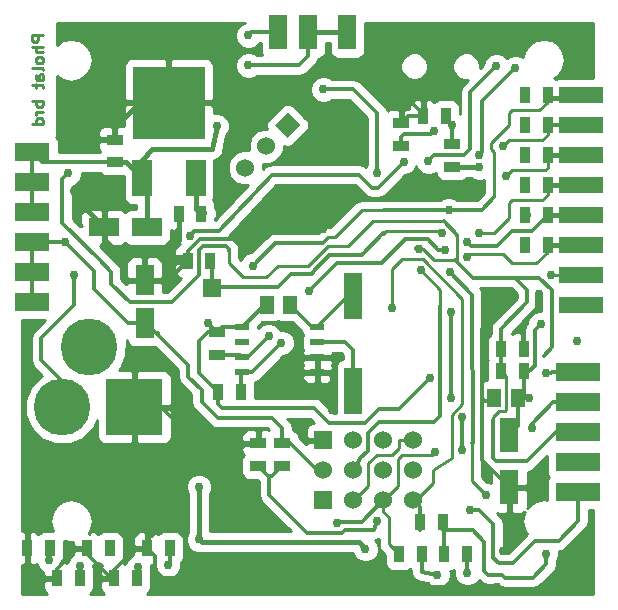
<source format=gbl>
G04 (created by PCBNEW (2013-mar-13)-testing) date nie, 20 paź 2013, 19:29:58*
%MOIN*%
G04 Gerber Fmt 3.4, Leading zero omitted, Abs format*
%FSLAX34Y34*%
G01*
G70*
G90*
G04 APERTURE LIST*
%ADD10C,0.005906*%
%ADD11C,0.009843*%
%ADD12R,0.045000X0.059000*%
%ADD13R,0.118110X0.059055*%
%ADD14R,0.059055X0.118110*%
%ADD15R,0.059055X0.157480*%
%ADD16R,0.035000X0.055000*%
%ADD17C,0.060000*%
%ADD18R,0.150000X0.060000*%
%ADD19R,0.055000X0.035000*%
%ADD20R,0.065000X0.120000*%
%ADD21R,0.240000X0.240000*%
%ADD22R,0.060000X0.060000*%
%ADD23C,0.189000*%
%ADD24R,0.189000X0.189000*%
%ADD25R,0.102400X0.063000*%
%ADD26R,0.063000X0.102400*%
%ADD27R,0.051200X0.059000*%
%ADD28R,0.063000X0.118100*%
%ADD29R,0.045000X0.020000*%
%ADD30R,0.150000X0.055000*%
%ADD31C,0.030000*%
%ADD32C,0.012000*%
%ADD33C,0.015000*%
%ADD34C,0.010000*%
G04 APERTURE END LIST*
G54D10*
G54D11*
X1039Y-739D02*
X645Y-739D01*
X645Y-889D01*
X664Y-926D01*
X683Y-945D01*
X720Y-964D01*
X777Y-964D01*
X814Y-945D01*
X833Y-926D01*
X852Y-889D01*
X852Y-739D01*
X1039Y-1133D02*
X645Y-1133D01*
X1039Y-1301D02*
X833Y-1301D01*
X795Y-1283D01*
X777Y-1245D01*
X777Y-1189D01*
X795Y-1151D01*
X814Y-1133D01*
X1039Y-1545D02*
X1020Y-1508D01*
X1002Y-1489D01*
X964Y-1470D01*
X852Y-1470D01*
X814Y-1489D01*
X795Y-1508D01*
X777Y-1545D01*
X777Y-1601D01*
X795Y-1639D01*
X814Y-1658D01*
X852Y-1676D01*
X964Y-1676D01*
X1002Y-1658D01*
X1020Y-1639D01*
X1039Y-1601D01*
X1039Y-1545D01*
X1039Y-1901D02*
X1020Y-1864D01*
X983Y-1845D01*
X645Y-1845D01*
X1039Y-2220D02*
X833Y-2220D01*
X795Y-2201D01*
X777Y-2164D01*
X777Y-2089D01*
X795Y-2051D01*
X1020Y-2220D02*
X1039Y-2182D01*
X1039Y-2089D01*
X1020Y-2051D01*
X983Y-2032D01*
X945Y-2032D01*
X908Y-2051D01*
X889Y-2089D01*
X889Y-2182D01*
X870Y-2220D01*
X777Y-2351D02*
X777Y-2501D01*
X645Y-2407D02*
X983Y-2407D01*
X1020Y-2426D01*
X1039Y-2464D01*
X1039Y-2501D01*
X1039Y-2932D02*
X645Y-2932D01*
X795Y-2932D02*
X777Y-2970D01*
X777Y-3045D01*
X795Y-3082D01*
X814Y-3101D01*
X852Y-3120D01*
X964Y-3120D01*
X1002Y-3101D01*
X1020Y-3082D01*
X1039Y-3045D01*
X1039Y-2970D01*
X1020Y-2932D01*
X1039Y-3289D02*
X777Y-3289D01*
X852Y-3289D02*
X814Y-3307D01*
X795Y-3326D01*
X777Y-3364D01*
X777Y-3401D01*
X1039Y-3701D02*
X645Y-3701D01*
X1020Y-3701D02*
X1039Y-3664D01*
X1039Y-3589D01*
X1020Y-3551D01*
X1002Y-3532D01*
X964Y-3514D01*
X852Y-3514D01*
X814Y-3532D01*
X795Y-3551D01*
X777Y-3589D01*
X777Y-3664D01*
X795Y-3701D01*
G54D12*
X16861Y-12820D03*
X16061Y-12820D03*
G54D13*
X674Y-4645D03*
X674Y-5645D03*
X674Y-6645D03*
X674Y-7645D03*
X674Y-8645D03*
X674Y-9645D03*
G54D14*
X8874Y-645D03*
X9874Y-645D03*
X11174Y-645D03*
G54D15*
X11374Y-9445D03*
X11374Y-12595D03*
G54D16*
X4499Y-17845D03*
X5249Y-17845D03*
X3399Y-18845D03*
X4149Y-18845D03*
X2499Y-17845D03*
X3249Y-17845D03*
X1499Y-18845D03*
X2249Y-18845D03*
X499Y-17845D03*
X1249Y-17845D03*
G54D10*
G36*
X9181Y-3314D02*
X9605Y-3738D01*
X9181Y-4162D01*
X8756Y-3738D01*
X9181Y-3314D01*
X9181Y-3314D01*
G37*
G54D17*
X8474Y-4445D03*
X7766Y-5152D03*
G54D18*
X18861Y-11970D03*
X18861Y-12970D03*
X18861Y-13970D03*
X18861Y-14970D03*
X18861Y-15970D03*
G54D16*
X17049Y-11920D03*
X16299Y-11920D03*
X17849Y-6745D03*
X17099Y-6745D03*
X17849Y-5745D03*
X17099Y-5745D03*
X17849Y-4745D03*
X17099Y-4745D03*
X17849Y-3745D03*
X17099Y-3745D03*
X17849Y-2745D03*
X17099Y-2745D03*
X17849Y-7745D03*
X17099Y-7745D03*
G54D19*
X14674Y-5120D03*
X14674Y-4370D03*
G54D20*
X6124Y-5495D03*
G54D21*
X5224Y-2995D03*
G54D20*
X4324Y-5495D03*
G54D22*
X10374Y-14245D03*
G54D17*
X10374Y-15245D03*
X11374Y-14245D03*
X11374Y-15245D03*
X12374Y-14245D03*
X12374Y-15245D03*
X13374Y-14245D03*
X13374Y-15245D03*
G54D23*
X1674Y-13145D03*
G54D24*
X4074Y-13145D03*
G54D23*
X2574Y-11145D03*
G54D16*
X5549Y-6695D03*
X6299Y-6695D03*
G54D19*
X3424Y-4970D03*
X3424Y-4220D03*
G54D16*
X16299Y-11195D03*
X17049Y-11195D03*
X5849Y-8270D03*
X6599Y-8270D03*
G54D19*
X12974Y-3670D03*
X12974Y-4420D03*
G54D16*
X13699Y-3445D03*
X14449Y-3445D03*
G54D22*
X6649Y-9170D03*
X10374Y-16245D03*
G54D17*
X11374Y-16245D03*
X12374Y-16245D03*
X13374Y-16245D03*
G54D25*
X4483Y-7145D03*
X3065Y-7145D03*
G54D26*
X4411Y-10329D03*
X4411Y-8911D03*
G54D27*
X9249Y-9720D03*
X8499Y-9720D03*
G54D28*
X16574Y-14079D03*
X16574Y-15811D03*
G54D19*
X8199Y-14345D03*
X8199Y-15095D03*
X6824Y-10645D03*
X6824Y-11395D03*
G54D16*
X6874Y-12645D03*
X7624Y-12645D03*
X13599Y-16970D03*
X14349Y-16970D03*
X12899Y-18045D03*
X13649Y-18045D03*
G54D19*
X8999Y-15095D03*
X8999Y-14345D03*
G54D16*
X14399Y-18045D03*
X15149Y-18045D03*
G54D29*
X7674Y-10470D03*
X7674Y-10970D03*
X7674Y-11470D03*
X7674Y-11970D03*
X10174Y-11970D03*
X10174Y-11470D03*
X10174Y-10970D03*
X10174Y-10470D03*
G54D30*
X18974Y-9745D03*
X18974Y-8745D03*
X18974Y-7745D03*
X18974Y-6745D03*
X18974Y-5745D03*
X18974Y-4745D03*
X18974Y-3745D03*
X18974Y-2745D03*
G54D31*
X11774Y-17870D03*
X6224Y-15795D03*
X6224Y-17545D03*
X1774Y-7645D03*
X7874Y-745D03*
X15174Y-18670D03*
X7874Y-1745D03*
X6814Y-3765D03*
X14324Y-7345D03*
X13624Y-8570D03*
X15174Y-8145D03*
X15174Y-7645D03*
X15574Y-7345D03*
X16474Y-5445D03*
X9899Y-9270D03*
X8974Y-10995D03*
X14424Y-7895D03*
X16374Y-4445D03*
X8024Y-8420D03*
X8549Y-10770D03*
X14549Y-6570D03*
X16141Y-1778D03*
X13874Y-4945D03*
X15574Y-5145D03*
X15799Y-16070D03*
X14599Y-8620D03*
X15574Y-4745D03*
X16774Y-1845D03*
X17786Y-11995D03*
X15261Y-16570D03*
X18811Y-10920D03*
X5924Y-7420D03*
X13049Y-4970D03*
X1874Y-5345D03*
X13574Y-7870D03*
X17311Y-13845D03*
X10824Y-16995D03*
X14624Y-12845D03*
X14624Y-9970D03*
X14099Y-14645D03*
X12674Y-9820D03*
X10661Y-13220D03*
X5799Y-8345D03*
X10349Y-7195D03*
X8199Y-14345D03*
X17561Y-9370D03*
X8224Y-18897D03*
X16374Y-17945D03*
X13174Y-19145D03*
X16149Y-19120D03*
X16674Y-9345D03*
X2074Y-5945D03*
X4474Y-3445D03*
X13274Y-2945D03*
X17074Y-3845D03*
X17074Y-2845D03*
X17074Y-7745D03*
X5199Y-18395D03*
X17074Y-4845D03*
X17174Y-6745D03*
X17074Y-5745D03*
X18811Y-9670D03*
X17974Y-8745D03*
X17799Y-18020D03*
X14674Y-3745D03*
X14074Y-3945D03*
X4199Y-18470D03*
X1224Y-18220D03*
X2249Y-18445D03*
X3224Y-17846D03*
X12174Y-16920D03*
X14174Y-18720D03*
X6374Y-6670D03*
X2074Y-8720D03*
X16574Y-14079D03*
X17236Y-12845D03*
X17611Y-10370D03*
X6524Y-10345D03*
X13924Y-12170D03*
X14999Y-14570D03*
X14999Y-13470D03*
X12174Y-5345D03*
X10374Y-2545D03*
G54D32*
X4411Y-10329D02*
X4473Y-10329D01*
X4473Y-10329D02*
X4842Y-10698D01*
X2742Y-8614D02*
X2742Y-9201D01*
X3870Y-10329D02*
X4411Y-10329D01*
X2742Y-9201D02*
X3870Y-10329D01*
X4842Y-10714D02*
X4842Y-10698D01*
X8999Y-13845D02*
X8649Y-13495D01*
X8649Y-13495D02*
X6849Y-13495D01*
X6849Y-13495D02*
X6324Y-12970D01*
X6324Y-12970D02*
X6324Y-12570D01*
X6324Y-12570D02*
X5874Y-12120D01*
X5874Y-12120D02*
X5874Y-12095D01*
X8999Y-14345D02*
X8999Y-13845D01*
X5874Y-11745D02*
X4842Y-10714D01*
X5874Y-12095D02*
X5874Y-11745D01*
X4842Y-10698D02*
X4861Y-10679D01*
X2742Y-8614D02*
X2474Y-8345D01*
X2474Y-8345D02*
X1774Y-7645D01*
X674Y-7645D02*
X674Y-8645D01*
X674Y-8645D02*
X674Y-9645D01*
X8999Y-14345D02*
X9274Y-14345D01*
X10174Y-15245D02*
X10374Y-15245D01*
X9274Y-14345D02*
X10174Y-15245D01*
G54D33*
X6224Y-17545D02*
X6324Y-17645D01*
X11549Y-17645D02*
X6324Y-17645D01*
X11549Y-17645D02*
X11774Y-17870D01*
X6224Y-15795D02*
X6224Y-17545D01*
G54D32*
X1774Y-7645D02*
X674Y-7645D01*
X7974Y-645D02*
X8874Y-645D01*
X7874Y-745D02*
X7974Y-645D01*
X15149Y-18045D02*
X15149Y-18645D01*
X15149Y-18645D02*
X15174Y-18670D01*
X674Y-4645D02*
X674Y-5645D01*
X674Y-5645D02*
X674Y-6645D01*
X3424Y-4970D02*
X999Y-4970D01*
X999Y-4970D02*
X674Y-4645D01*
X9874Y-1445D02*
X9874Y-645D01*
X9574Y-1745D02*
X9874Y-1445D01*
X7874Y-1745D02*
X9574Y-1745D01*
G54D33*
X4483Y-7145D02*
X4483Y-5654D01*
X4483Y-5654D02*
X4324Y-5495D01*
X3424Y-4970D02*
X3799Y-4970D01*
X3799Y-4970D02*
X4324Y-5495D01*
X4324Y-4895D02*
X4324Y-5495D01*
X4674Y-4545D02*
X4324Y-4895D01*
X5774Y-4545D02*
X4674Y-4545D01*
X6814Y-3765D02*
X6674Y-4545D01*
X6674Y-4545D02*
X5774Y-4545D01*
X11174Y-645D02*
X9874Y-645D01*
G54D32*
X10711Y-8070D02*
X10574Y-8070D01*
X10574Y-8070D02*
X9949Y-8695D01*
X9949Y-8695D02*
X9299Y-8695D01*
G54D34*
X10724Y-8070D02*
X10711Y-8070D01*
X9949Y-8695D02*
X9299Y-8695D01*
X10574Y-8070D02*
X9949Y-8695D01*
X14324Y-7345D02*
X14299Y-7345D01*
X12374Y-7370D02*
X12374Y-7345D01*
X12474Y-7270D02*
X12374Y-7370D01*
X14224Y-7270D02*
X12474Y-7270D01*
X14299Y-7345D02*
X14224Y-7270D01*
G54D32*
X12374Y-7345D02*
X11649Y-8070D01*
X6649Y-9170D02*
X6649Y-8170D01*
X6649Y-8170D02*
X6624Y-8145D01*
X7374Y-9145D02*
X6674Y-9145D01*
X6674Y-9145D02*
X6649Y-9170D01*
X11649Y-8070D02*
X10724Y-8070D01*
X8849Y-9145D02*
X7374Y-9145D01*
X7374Y-9145D02*
X7399Y-9145D01*
X9299Y-8695D02*
X8849Y-9145D01*
X11649Y-8070D02*
X11674Y-8045D01*
G54D34*
X14274Y-9770D02*
X14274Y-9220D01*
X14274Y-9220D02*
X13624Y-8570D01*
G54D32*
X11374Y-15245D02*
X11424Y-15245D01*
X14274Y-13445D02*
X14274Y-9770D01*
X14074Y-13645D02*
X14274Y-13445D01*
X12224Y-13620D02*
X14074Y-13645D01*
X11849Y-13995D02*
X12224Y-13620D01*
X11849Y-14595D02*
X11849Y-13995D01*
X11424Y-15245D02*
X11599Y-14845D01*
X11599Y-14845D02*
X11849Y-14595D01*
G54D34*
X17849Y-7970D02*
X17849Y-7745D01*
X17474Y-8345D02*
X17849Y-7970D01*
X16674Y-8345D02*
X17474Y-8345D01*
X16374Y-8045D02*
X16674Y-8345D01*
X15274Y-8045D02*
X16374Y-8045D01*
X15174Y-8145D02*
X15274Y-8045D01*
G54D33*
X18974Y-7745D02*
X17849Y-7745D01*
G54D32*
X16661Y-7258D02*
X17336Y-7258D01*
X17336Y-7258D02*
X17849Y-6745D01*
X15661Y-7758D02*
X16161Y-7758D01*
X16161Y-7758D02*
X16661Y-7258D01*
X15661Y-7758D02*
X15286Y-7758D01*
X15286Y-7758D02*
X15174Y-7645D01*
G54D33*
X18974Y-6745D02*
X17849Y-6745D01*
G54D34*
X17849Y-6070D02*
X17849Y-5745D01*
X17674Y-6245D02*
X17849Y-6070D01*
X16674Y-6245D02*
X17674Y-6245D01*
X16574Y-6345D02*
X16674Y-6245D01*
X16574Y-6845D02*
X16574Y-6345D01*
X16074Y-7345D02*
X16574Y-6845D01*
X15574Y-7345D02*
X16074Y-7345D01*
G54D33*
X18974Y-5745D02*
X17849Y-5745D01*
G54D34*
X17849Y-5170D02*
X17849Y-4745D01*
X17774Y-5245D02*
X17849Y-5170D01*
X16674Y-5245D02*
X17774Y-5245D01*
X16474Y-5445D02*
X16674Y-5245D01*
G54D33*
X18974Y-4745D02*
X17949Y-4745D01*
X17949Y-4745D02*
X17849Y-4845D01*
G54D32*
X13099Y-7545D02*
X13849Y-7545D01*
X13849Y-7545D02*
X14199Y-7895D01*
X14199Y-7895D02*
X14424Y-7895D01*
X10824Y-8345D02*
X12299Y-8345D01*
X12299Y-8345D02*
X13099Y-7545D01*
G54D34*
X14399Y-7895D02*
X14199Y-7895D01*
X13099Y-7545D02*
X12299Y-8345D01*
X14199Y-7895D02*
X13849Y-7545D01*
X14424Y-7895D02*
X14399Y-7895D01*
G54D32*
X18974Y-3745D02*
X17849Y-3745D01*
X7999Y-11970D02*
X8974Y-10995D01*
X7674Y-11970D02*
X7999Y-11970D01*
X9899Y-9270D02*
X10824Y-8345D01*
X7624Y-12645D02*
X7624Y-12020D01*
X7624Y-12020D02*
X7674Y-11970D01*
G54D34*
X16374Y-4445D02*
X16574Y-4245D01*
X16574Y-4245D02*
X17674Y-4245D01*
X17674Y-4245D02*
X17849Y-4070D01*
X17849Y-4070D02*
X17849Y-3745D01*
G54D32*
X9111Y-7670D02*
X8774Y-7670D01*
X8774Y-7670D02*
X8024Y-8420D01*
X14549Y-6570D02*
X15649Y-6570D01*
X15649Y-6570D02*
X16074Y-6145D01*
G54D34*
X9124Y-7670D02*
X9111Y-7670D01*
X8774Y-7670D02*
X8024Y-8420D01*
X10749Y-7470D02*
X10524Y-7470D01*
X10524Y-7470D02*
X10324Y-7670D01*
X12399Y-6570D02*
X11649Y-6570D01*
X11649Y-6570D02*
X10749Y-7470D01*
G54D32*
X7674Y-11470D02*
X7849Y-11470D01*
X7849Y-11470D02*
X8549Y-10770D01*
X9124Y-7670D02*
X10324Y-7670D01*
X13424Y-6570D02*
X14549Y-6570D01*
X12399Y-6570D02*
X13424Y-6570D01*
X14549Y-6570D02*
X14549Y-6570D01*
X6824Y-11395D02*
X7599Y-11395D01*
X7599Y-11395D02*
X7674Y-11470D01*
G54D34*
X16574Y-3745D02*
X16574Y-3345D01*
X16074Y-6145D02*
X16074Y-4645D01*
X16074Y-4645D02*
X15974Y-4545D01*
X15974Y-4545D02*
X15974Y-4345D01*
X15974Y-4345D02*
X16574Y-3745D01*
X17849Y-2970D02*
X17849Y-2745D01*
X17574Y-3245D02*
X17849Y-2970D01*
X16674Y-3245D02*
X17574Y-3245D01*
X16574Y-3345D02*
X16674Y-3245D01*
G54D33*
X17849Y-2845D02*
X18874Y-2845D01*
X18874Y-2845D02*
X18974Y-2745D01*
G54D32*
X14074Y-4745D02*
X13874Y-4945D01*
X15074Y-4745D02*
X14074Y-4745D01*
X15274Y-4545D02*
X15074Y-4745D01*
X15274Y-2645D02*
X15274Y-4545D01*
X16141Y-1778D02*
X15274Y-2645D01*
G54D33*
X14674Y-5120D02*
X15549Y-5120D01*
X15549Y-5120D02*
X15574Y-5145D01*
G54D34*
X15324Y-15595D02*
X15324Y-14345D01*
X15799Y-16070D02*
X15324Y-15595D01*
G54D32*
X14599Y-8620D02*
X15324Y-9395D01*
X15324Y-9395D02*
X15349Y-14320D01*
X15349Y-14320D02*
X15324Y-14345D01*
X15674Y-4645D02*
X15574Y-4745D01*
X15674Y-2945D02*
X15674Y-4645D01*
X16774Y-1845D02*
X15674Y-2945D01*
X18861Y-11970D02*
X17986Y-11970D01*
X17961Y-11995D02*
X17786Y-11995D01*
X17986Y-11970D02*
X17961Y-11995D01*
G54D34*
X11374Y-16245D02*
X11399Y-16245D01*
X12899Y-14495D02*
X12899Y-14245D01*
X12899Y-14245D02*
X13374Y-14245D01*
X12149Y-14720D02*
X12674Y-14720D01*
X12674Y-14720D02*
X12899Y-14495D01*
X11874Y-14995D02*
X12149Y-14720D01*
X11874Y-15770D02*
X11874Y-14995D01*
X11399Y-16245D02*
X11874Y-15770D01*
G54D32*
X18861Y-15970D02*
X18861Y-16945D01*
X15561Y-16570D02*
X15261Y-16570D01*
X16036Y-17045D02*
X15561Y-16570D01*
X16036Y-18170D02*
X16036Y-17045D01*
X16211Y-18345D02*
X16036Y-18170D01*
X16686Y-18345D02*
X16211Y-18345D01*
X17436Y-17595D02*
X16686Y-18345D01*
X18211Y-17595D02*
X17436Y-17595D01*
X18861Y-16945D02*
X18211Y-17595D01*
X6274Y-7270D02*
X6574Y-7270D01*
X5924Y-7420D02*
X6074Y-7270D01*
X6074Y-7270D02*
X6274Y-7270D01*
X6574Y-7270D02*
X6699Y-7270D01*
X6899Y-7270D02*
X8649Y-5395D01*
X6699Y-7270D02*
X6899Y-7270D01*
X8649Y-5395D02*
X11574Y-5395D01*
X11574Y-5395D02*
X11999Y-5820D01*
X11999Y-5820D02*
X12199Y-5820D01*
X12199Y-5820D02*
X13049Y-4970D01*
G54D34*
X16011Y-13570D02*
X16011Y-13470D01*
G54D32*
X18136Y-13970D02*
X17161Y-14945D01*
X17161Y-14945D02*
X16136Y-14945D01*
X16136Y-14945D02*
X16011Y-14820D01*
X16011Y-14820D02*
X16011Y-13570D01*
X18861Y-13970D02*
X18136Y-13970D01*
G54D34*
X16461Y-13245D02*
X16461Y-12083D01*
X16436Y-13270D02*
X16461Y-13245D01*
X16211Y-13270D02*
X16436Y-13270D01*
X16461Y-12083D02*
X16299Y-11920D01*
X16011Y-13470D02*
X16211Y-13270D01*
G54D32*
X17711Y-11420D02*
X17986Y-11145D01*
X17986Y-9245D02*
X17561Y-8820D01*
X17561Y-8820D02*
X16774Y-8820D01*
X17986Y-11145D02*
X17986Y-9245D01*
X2911Y-8245D02*
X3286Y-8620D01*
X6224Y-8732D02*
X6224Y-8595D01*
X5311Y-9645D02*
X6224Y-8732D01*
X3911Y-9645D02*
X5311Y-9645D01*
X3286Y-9020D02*
X3911Y-9645D01*
X3286Y-8620D02*
X3286Y-9020D01*
X2911Y-8245D02*
X2911Y-8245D01*
X2911Y-8245D02*
X2923Y-8245D01*
X14824Y-7445D02*
X14824Y-7383D01*
X14824Y-7383D02*
X14386Y-6945D01*
X1674Y-5545D02*
X1874Y-5345D01*
X1674Y-6995D02*
X1674Y-5545D01*
X2923Y-8245D02*
X1674Y-6995D01*
X7224Y-7945D02*
X7224Y-7865D01*
X6224Y-7906D02*
X6224Y-8595D01*
X6365Y-7765D02*
X6224Y-7906D01*
X7124Y-7765D02*
X6365Y-7765D01*
X7224Y-7865D02*
X7124Y-7765D01*
G54D34*
X8949Y-8420D02*
X8849Y-8420D01*
X10524Y-7770D02*
X9874Y-8420D01*
X9874Y-8420D02*
X8949Y-8420D01*
X12574Y-6945D02*
X12024Y-6945D01*
X14824Y-8295D02*
X14824Y-7445D01*
X14386Y-6945D02*
X12574Y-6945D01*
X11199Y-7770D02*
X11174Y-7770D01*
X12024Y-6945D02*
X11199Y-7770D01*
X11174Y-7770D02*
X10524Y-7770D01*
X7224Y-8320D02*
X7224Y-7945D01*
X7224Y-7945D02*
X7224Y-7870D01*
X7699Y-8795D02*
X7224Y-8320D01*
X8474Y-8795D02*
X7699Y-8795D01*
X8849Y-8420D02*
X8474Y-8795D01*
X14249Y-8220D02*
X14049Y-8220D01*
X13699Y-7870D02*
X13574Y-7870D01*
X14049Y-8220D02*
X13699Y-7870D01*
X14749Y-8220D02*
X14249Y-8220D01*
X13483Y-7850D02*
X13553Y-7850D01*
X13553Y-7850D02*
X13574Y-7870D01*
G54D32*
X16299Y-11195D02*
X16299Y-10520D01*
X17174Y-9220D02*
X16774Y-8820D01*
X17174Y-9645D02*
X17174Y-9220D01*
X16299Y-10520D02*
X17174Y-9645D01*
X16774Y-8820D02*
X15349Y-8820D01*
X15349Y-8820D02*
X14824Y-8295D01*
X14749Y-8220D02*
X14749Y-8220D01*
X14824Y-8295D02*
X14749Y-8220D01*
X13483Y-7850D02*
X13474Y-7845D01*
X16299Y-11920D02*
X16299Y-11195D01*
X13474Y-7845D02*
X13474Y-7870D01*
X18861Y-12970D02*
X18036Y-12970D01*
X18036Y-12970D02*
X17311Y-13695D01*
X17311Y-13695D02*
X17311Y-13845D01*
G54D34*
X12874Y-14970D02*
X12874Y-14870D01*
X12999Y-14745D02*
X13424Y-14745D01*
X13424Y-14745D02*
X13449Y-14745D01*
X12874Y-14870D02*
X12999Y-14745D01*
X12374Y-16245D02*
X12399Y-16245D01*
X12874Y-15770D02*
X12874Y-14970D01*
X12874Y-14970D02*
X12874Y-14995D01*
X12399Y-16245D02*
X12874Y-15770D01*
G54D32*
X10824Y-16995D02*
X10849Y-16970D01*
X10849Y-16970D02*
X11649Y-16970D01*
X11649Y-16970D02*
X12374Y-16245D01*
G54D34*
X12374Y-16245D02*
X12374Y-16620D01*
X12549Y-17695D02*
X12899Y-18045D01*
X12549Y-16795D02*
X12549Y-17695D01*
X12374Y-16620D02*
X12549Y-16795D01*
G54D32*
X14624Y-12845D02*
X14624Y-9970D01*
G54D34*
X13424Y-14745D02*
X13999Y-14745D01*
X13999Y-14745D02*
X14099Y-14645D01*
X13686Y-8208D02*
X12986Y-8208D01*
X12986Y-8208D02*
X12924Y-8270D01*
X14999Y-9570D02*
X14999Y-9520D01*
X12924Y-8270D02*
X12674Y-8520D01*
X12674Y-9820D02*
X12674Y-8895D01*
X12674Y-8520D02*
X12674Y-8895D01*
X14999Y-9520D02*
X13686Y-8208D01*
X12699Y-9870D02*
X12699Y-9845D01*
X12699Y-9845D02*
X12674Y-9820D01*
X12699Y-9870D02*
X12699Y-9870D01*
X14999Y-13045D02*
X14999Y-9570D01*
X14649Y-13395D02*
X14999Y-13045D01*
X14649Y-13495D02*
X14649Y-13395D01*
X14649Y-14370D02*
X14649Y-13495D01*
X14024Y-15670D02*
X14024Y-15245D01*
X14024Y-15245D02*
X14224Y-15095D01*
X14224Y-15095D02*
X14649Y-14820D01*
X14649Y-14820D02*
X14649Y-14370D01*
X13449Y-16245D02*
X14024Y-15670D01*
X13374Y-16245D02*
X13449Y-16245D01*
G54D32*
X13599Y-17245D02*
X13599Y-16470D01*
X13599Y-16470D02*
X13374Y-16245D01*
X4411Y-8911D02*
X4411Y-7945D01*
X4411Y-7945D02*
X4411Y-7970D01*
X4411Y-7970D02*
X4411Y-7945D01*
X4411Y-8911D02*
X5208Y-8911D01*
X5208Y-8911D02*
X5849Y-8270D01*
X10174Y-11970D02*
X10511Y-11970D01*
X10661Y-12120D02*
X10661Y-13220D01*
X10511Y-11970D02*
X10661Y-12120D01*
X17049Y-11195D02*
X17049Y-10270D01*
X17049Y-10270D02*
X17499Y-9820D01*
X5874Y-8270D02*
X5874Y-8145D01*
X5799Y-8345D02*
X5874Y-8270D01*
X4074Y-13145D02*
X4974Y-13145D01*
X6174Y-14345D02*
X8199Y-14345D01*
X4974Y-13145D02*
X6174Y-14345D01*
X5874Y-8145D02*
X5874Y-7945D01*
X5874Y-7945D02*
X6274Y-7545D01*
X6274Y-7545D02*
X8349Y-7545D01*
X8349Y-7545D02*
X8699Y-7195D01*
X8699Y-7195D02*
X10349Y-7195D01*
X5874Y-8145D02*
X5374Y-8145D01*
X5374Y-8145D02*
X5174Y-7945D01*
X8199Y-14345D02*
X7824Y-14345D01*
X4499Y-17570D02*
X4499Y-17845D01*
X5249Y-16820D02*
X4499Y-17570D01*
X5249Y-16145D02*
X5249Y-16820D01*
X6024Y-15370D02*
X5249Y-16145D01*
X6799Y-15370D02*
X6024Y-15370D01*
X7824Y-14345D02*
X6799Y-15370D01*
X17499Y-9820D02*
X17486Y-9445D01*
X17486Y-9445D02*
X17561Y-9370D01*
X10299Y-19145D02*
X8472Y-19145D01*
X8472Y-19145D02*
X8224Y-18897D01*
X8224Y-18897D02*
X8147Y-18820D01*
X8147Y-18820D02*
X4974Y-18820D01*
X4974Y-18820D02*
X4749Y-18595D01*
X4749Y-18595D02*
X4749Y-18095D01*
X4749Y-18095D02*
X4499Y-17845D01*
X12524Y-19145D02*
X13174Y-19145D01*
X12524Y-19145D02*
X10299Y-19145D01*
X10299Y-19145D02*
X10274Y-19145D01*
X10174Y-11470D02*
X10174Y-11795D01*
X10174Y-11795D02*
X10174Y-11970D01*
X16574Y-17745D02*
X16574Y-15811D01*
X16374Y-17945D02*
X16574Y-17745D01*
X499Y-17845D02*
X499Y-18345D01*
X999Y-18845D02*
X1499Y-18845D01*
X499Y-18345D02*
X999Y-18845D01*
X1499Y-18845D02*
X1499Y-18520D01*
X2174Y-17845D02*
X2499Y-17845D01*
X1499Y-18520D02*
X2174Y-17845D01*
X2499Y-17845D02*
X2499Y-18045D01*
X3299Y-18845D02*
X3399Y-18845D01*
X2499Y-18045D02*
X3299Y-18845D01*
X3399Y-18845D02*
X3399Y-18570D01*
X3399Y-18570D02*
X4124Y-17845D01*
X4124Y-17845D02*
X4499Y-17845D01*
X13174Y-19145D02*
X13199Y-19120D01*
X13199Y-19120D02*
X16149Y-19120D01*
X16124Y-12920D02*
X15774Y-12920D01*
X15774Y-12920D02*
X15674Y-12820D01*
X16674Y-9345D02*
X16674Y-9545D01*
X15674Y-14911D02*
X16574Y-15811D01*
X15674Y-12820D02*
X15674Y-14911D01*
X15674Y-10545D02*
X15674Y-12820D01*
X16674Y-9545D02*
X15674Y-10545D01*
G54D33*
X3065Y-7145D02*
X3065Y-7136D01*
X2074Y-6145D02*
X2074Y-5945D01*
X3065Y-7136D02*
X2074Y-6145D01*
X5549Y-6695D02*
X5549Y-7570D01*
X3065Y-7536D02*
X3065Y-7145D01*
X4411Y-7945D02*
X3474Y-7945D01*
X3474Y-7945D02*
X3065Y-7536D01*
X5174Y-7945D02*
X4411Y-7945D01*
X5549Y-7570D02*
X5174Y-7945D01*
X3424Y-4220D02*
X3424Y-3795D01*
X4224Y-2995D02*
X5224Y-2995D01*
X3424Y-3795D02*
X4224Y-2995D01*
X4924Y-2995D02*
X5224Y-2995D01*
X4474Y-3445D02*
X4924Y-2995D01*
G54D32*
X13699Y-3445D02*
X13199Y-3445D01*
X13199Y-3445D02*
X12974Y-3670D01*
X13699Y-3370D02*
X13699Y-3445D01*
X13274Y-2945D02*
X13699Y-3370D01*
G54D33*
X17074Y-3845D02*
X17099Y-3845D01*
X17074Y-2845D02*
X17099Y-2845D01*
G54D32*
X10174Y-10470D02*
X9999Y-10470D01*
X9999Y-10470D02*
X9249Y-9720D01*
X11374Y-9445D02*
X11198Y-9445D01*
X11198Y-9445D02*
X10174Y-10470D01*
G54D33*
X17074Y-7745D02*
X17099Y-7745D01*
G54D32*
X11374Y-12595D02*
X11374Y-11245D01*
X11099Y-10970D02*
X10174Y-10970D01*
X11374Y-11245D02*
X11099Y-10970D01*
X5249Y-17845D02*
X5249Y-18345D01*
X5249Y-18345D02*
X5199Y-18395D01*
G54D33*
X17074Y-4845D02*
X17099Y-4845D01*
X17174Y-6745D02*
X17099Y-6745D01*
X17074Y-5745D02*
X17099Y-5745D01*
G54D32*
X18974Y-9745D02*
X18911Y-9770D01*
X18911Y-9770D02*
X18811Y-9670D01*
G54D34*
X18974Y-8745D02*
X17974Y-8745D01*
G54D32*
X16511Y-18820D02*
X16411Y-18820D01*
X15724Y-18583D02*
X15724Y-18170D01*
X15861Y-18720D02*
X15724Y-18583D01*
X16311Y-18720D02*
X15861Y-18720D01*
X16411Y-18820D02*
X16311Y-18720D01*
X17799Y-18382D02*
X17799Y-18020D01*
X17361Y-18820D02*
X17799Y-18382D01*
X16511Y-18820D02*
X17361Y-18820D01*
X15349Y-17245D02*
X14349Y-17245D01*
X15724Y-17620D02*
X15349Y-17245D01*
X15724Y-18170D02*
X15724Y-17620D01*
X14399Y-18045D02*
X14399Y-17295D01*
X14399Y-17295D02*
X14349Y-17245D01*
X14674Y-4370D02*
X14674Y-3745D01*
G54D34*
X14449Y-3445D02*
X14449Y-3520D01*
X14449Y-3520D02*
X14674Y-3745D01*
G54D32*
X12974Y-4145D02*
X12974Y-4420D01*
X13074Y-4045D02*
X12974Y-4145D01*
X13974Y-4045D02*
X13074Y-4045D01*
X14074Y-3945D02*
X13974Y-4045D01*
X4149Y-18845D02*
X4149Y-18520D01*
X4149Y-18520D02*
X4199Y-18470D01*
X1249Y-17845D02*
X1249Y-18195D01*
X1249Y-18195D02*
X1224Y-18220D01*
X2249Y-18845D02*
X2249Y-18445D01*
X3224Y-17845D02*
X3249Y-17845D01*
X3224Y-17846D02*
X3224Y-17845D01*
X8574Y-15420D02*
X8524Y-15420D01*
X8524Y-15420D02*
X8199Y-15095D01*
X8574Y-15420D02*
X8674Y-15420D01*
X12174Y-16920D02*
X12049Y-17220D01*
X12049Y-17220D02*
X11099Y-17220D01*
X11099Y-17220D02*
X10999Y-17320D01*
X10999Y-17320D02*
X10574Y-17320D01*
X10574Y-17320D02*
X9824Y-17320D01*
X9824Y-17320D02*
X8574Y-16070D01*
X8574Y-16070D02*
X8574Y-15420D01*
X8674Y-15420D02*
X8999Y-15095D01*
X13649Y-18620D02*
X13649Y-18045D01*
X14174Y-18720D02*
X13649Y-18620D01*
X1674Y-13145D02*
X1674Y-12270D01*
X6349Y-6695D02*
X6299Y-6695D01*
X6374Y-6670D02*
X6349Y-6695D01*
X2074Y-9745D02*
X2074Y-8720D01*
X974Y-10845D02*
X2074Y-9745D01*
X974Y-11570D02*
X974Y-10845D01*
X1674Y-12270D02*
X974Y-11570D01*
G54D33*
X6124Y-5495D02*
X6124Y-6520D01*
X6124Y-6520D02*
X6299Y-6695D01*
G54D32*
X17211Y-12820D02*
X16861Y-12820D01*
X17236Y-12845D02*
X17211Y-12820D01*
X17049Y-11920D02*
X17241Y-11920D01*
X17241Y-11920D02*
X17411Y-11750D01*
X17411Y-11750D02*
X17411Y-10570D01*
X17411Y-10570D02*
X17611Y-10370D01*
X6824Y-10645D02*
X6524Y-10345D01*
X9624Y-13170D02*
X6999Y-13170D01*
X6874Y-13045D02*
X6874Y-12645D01*
X6999Y-13170D02*
X6874Y-13045D01*
X9649Y-13170D02*
X9624Y-13170D01*
X9624Y-13170D02*
X10074Y-13170D01*
X10574Y-13670D02*
X10074Y-13170D01*
X11749Y-13670D02*
X10574Y-13670D01*
X12224Y-13195D02*
X11749Y-13670D01*
X12899Y-13195D02*
X12224Y-13195D01*
X12899Y-13195D02*
X13924Y-12170D01*
X14999Y-14570D02*
X14999Y-14045D01*
X14999Y-13470D02*
X14999Y-14045D01*
X17049Y-11920D02*
X17049Y-12745D01*
X17049Y-12745D02*
X16874Y-12920D01*
X6824Y-10645D02*
X6524Y-10645D01*
X6524Y-10645D02*
X6224Y-10945D01*
X6224Y-10945D02*
X6224Y-11995D01*
X6224Y-11995D02*
X6874Y-12645D01*
X7674Y-10470D02*
X6999Y-10470D01*
X6999Y-10470D02*
X6824Y-10645D01*
X8499Y-9720D02*
X8424Y-9720D01*
X8424Y-9720D02*
X7674Y-10470D01*
X16874Y-12920D02*
X16874Y-13779D01*
X16874Y-13779D02*
X16574Y-14079D01*
X12174Y-5345D02*
X12174Y-3345D01*
X12174Y-3345D02*
X11374Y-2545D01*
X11374Y-2545D02*
X10374Y-2545D01*
G54D10*
G36*
X2556Y-17895D02*
X2549Y-17895D01*
X2549Y-17903D01*
X2449Y-17903D01*
X2449Y-17895D01*
X2106Y-17895D01*
X2034Y-17968D01*
X2034Y-18058D01*
X2000Y-18072D01*
X1876Y-18196D01*
X1825Y-18319D01*
X1731Y-18280D01*
X1671Y-18280D01*
X1714Y-18178D01*
X1714Y-18062D01*
X1714Y-17591D01*
X1968Y-17642D01*
X2034Y-17629D01*
X2034Y-17723D01*
X2106Y-17795D01*
X2449Y-17795D01*
X2449Y-17787D01*
X2549Y-17787D01*
X2549Y-17795D01*
X2556Y-17795D01*
X2556Y-17895D01*
X2556Y-17895D01*
G37*
G54D34*
X2556Y-17895D02*
X2549Y-17895D01*
X2549Y-17903D01*
X2449Y-17903D01*
X2449Y-17895D01*
X2106Y-17895D01*
X2034Y-17968D01*
X2034Y-18058D01*
X2000Y-18072D01*
X1876Y-18196D01*
X1825Y-18319D01*
X1731Y-18280D01*
X1671Y-18280D01*
X1714Y-18178D01*
X1714Y-18062D01*
X1714Y-17591D01*
X1968Y-17642D01*
X2034Y-17629D01*
X2034Y-17723D01*
X2106Y-17795D01*
X2449Y-17795D01*
X2449Y-17787D01*
X2549Y-17787D01*
X2549Y-17795D01*
X2556Y-17795D01*
X2556Y-17895D01*
G54D10*
G36*
X3456Y-18895D02*
X3449Y-18895D01*
X3449Y-18903D01*
X3349Y-18903D01*
X3349Y-18895D01*
X3006Y-18895D01*
X2934Y-18968D01*
X2934Y-19062D01*
X2934Y-19178D01*
X2978Y-19284D01*
X3058Y-19365D01*
X2589Y-19365D01*
X2669Y-19284D01*
X2714Y-19178D01*
X2714Y-19062D01*
X2714Y-18512D01*
X2689Y-18452D01*
X2689Y-18410D01*
X2731Y-18410D01*
X2838Y-18366D01*
X2874Y-18330D01*
X2909Y-18366D01*
X2986Y-18398D01*
X2978Y-18406D01*
X2934Y-18512D01*
X2934Y-18628D01*
X2934Y-18723D01*
X3006Y-18795D01*
X3349Y-18795D01*
X3349Y-18787D01*
X3449Y-18787D01*
X3449Y-18795D01*
X3456Y-18795D01*
X3456Y-18895D01*
X3456Y-18895D01*
G37*
G54D34*
X3456Y-18895D02*
X3449Y-18895D01*
X3449Y-18903D01*
X3349Y-18903D01*
X3349Y-18895D01*
X3006Y-18895D01*
X2934Y-18968D01*
X2934Y-19062D01*
X2934Y-19178D01*
X2978Y-19284D01*
X3058Y-19365D01*
X2589Y-19365D01*
X2669Y-19284D01*
X2714Y-19178D01*
X2714Y-19062D01*
X2714Y-18512D01*
X2689Y-18452D01*
X2689Y-18410D01*
X2731Y-18410D01*
X2838Y-18366D01*
X2874Y-18330D01*
X2909Y-18366D01*
X2986Y-18398D01*
X2978Y-18406D01*
X2934Y-18512D01*
X2934Y-18628D01*
X2934Y-18723D01*
X3006Y-18795D01*
X3349Y-18795D01*
X3349Y-18787D01*
X3449Y-18787D01*
X3449Y-18795D01*
X3456Y-18795D01*
X3456Y-18895D01*
G54D10*
G36*
X5606Y-6745D02*
X5599Y-6745D01*
X5599Y-6753D01*
X5499Y-6753D01*
X5499Y-6745D01*
X5491Y-6745D01*
X5491Y-6645D01*
X5499Y-6645D01*
X5499Y-6637D01*
X5599Y-6637D01*
X5599Y-6645D01*
X5606Y-6645D01*
X5606Y-6745D01*
X5606Y-6745D01*
G37*
G54D34*
X5606Y-6745D02*
X5599Y-6745D01*
X5599Y-6753D01*
X5499Y-6753D01*
X5499Y-6745D01*
X5491Y-6745D01*
X5491Y-6645D01*
X5499Y-6645D01*
X5499Y-6637D01*
X5599Y-6637D01*
X5599Y-6645D01*
X5606Y-6645D01*
X5606Y-6745D01*
G54D10*
G36*
X5874Y-8328D02*
X5799Y-8328D01*
X5799Y-8320D01*
X5456Y-8320D01*
X5384Y-8393D01*
X5384Y-8487D01*
X5384Y-8603D01*
X5428Y-8709D01*
X5509Y-8791D01*
X5616Y-8835D01*
X5626Y-8835D01*
X5166Y-9295D01*
X5016Y-9295D01*
X5016Y-9033D01*
X5016Y-8788D01*
X5016Y-8341D01*
X4972Y-8235D01*
X4890Y-8153D01*
X4784Y-8109D01*
X4668Y-8109D01*
X4533Y-8109D01*
X4461Y-8181D01*
X4461Y-8861D01*
X4943Y-8861D01*
X5016Y-8788D01*
X5016Y-9033D01*
X4943Y-8961D01*
X4461Y-8961D01*
X4461Y-8969D01*
X4361Y-8969D01*
X4361Y-8961D01*
X4361Y-8861D01*
X4361Y-8181D01*
X4288Y-8109D01*
X4154Y-8109D01*
X4038Y-8109D01*
X3932Y-8153D01*
X3850Y-8235D01*
X3806Y-8341D01*
X3806Y-8788D01*
X3878Y-8861D01*
X4361Y-8861D01*
X4361Y-8961D01*
X3878Y-8961D01*
X3806Y-9033D01*
X3806Y-9045D01*
X3636Y-8875D01*
X3636Y-8620D01*
X3609Y-8486D01*
X3533Y-8372D01*
X3196Y-8035D01*
X3171Y-7997D01*
X2923Y-7750D01*
X2942Y-7750D01*
X3015Y-7678D01*
X3015Y-7195D01*
X3007Y-7195D01*
X3007Y-7095D01*
X3015Y-7095D01*
X3015Y-6613D01*
X2942Y-6540D01*
X2495Y-6540D01*
X2388Y-6584D01*
X2307Y-6666D01*
X2263Y-6772D01*
X2263Y-6888D01*
X2263Y-7023D01*
X2335Y-7095D01*
X2268Y-7095D01*
X2024Y-6850D01*
X2024Y-5759D01*
X2122Y-5718D01*
X2246Y-5595D01*
X2313Y-5433D01*
X2314Y-5320D01*
X2913Y-5320D01*
X2984Y-5391D01*
X3091Y-5435D01*
X3206Y-5435D01*
X3709Y-5435D01*
X3709Y-6153D01*
X3753Y-6259D01*
X3834Y-6341D01*
X3941Y-6385D01*
X4056Y-6385D01*
X4118Y-6385D01*
X4118Y-6540D01*
X3913Y-6540D01*
X3806Y-6584D01*
X3774Y-6617D01*
X3741Y-6584D01*
X3634Y-6540D01*
X3187Y-6540D01*
X3115Y-6613D01*
X3115Y-7095D01*
X3122Y-7095D01*
X3122Y-7195D01*
X3115Y-7195D01*
X3115Y-7678D01*
X3187Y-7750D01*
X3634Y-7750D01*
X3741Y-7706D01*
X3774Y-7673D01*
X3806Y-7706D01*
X3913Y-7750D01*
X4028Y-7750D01*
X5052Y-7750D01*
X5159Y-7706D01*
X5240Y-7624D01*
X5285Y-7518D01*
X5285Y-7402D01*
X5285Y-7247D01*
X5316Y-7260D01*
X5426Y-7260D01*
X5499Y-7188D01*
X5499Y-7260D01*
X5514Y-7260D01*
X5484Y-7332D01*
X5483Y-7507D01*
X5550Y-7669D01*
X5595Y-7714D01*
X5509Y-7749D01*
X5428Y-7831D01*
X5384Y-7937D01*
X5384Y-8053D01*
X5384Y-8148D01*
X5456Y-8220D01*
X5799Y-8220D01*
X5799Y-8212D01*
X5874Y-8212D01*
X5874Y-8328D01*
X5874Y-8328D01*
G37*
G54D34*
X5874Y-8328D02*
X5799Y-8328D01*
X5799Y-8320D01*
X5456Y-8320D01*
X5384Y-8393D01*
X5384Y-8487D01*
X5384Y-8603D01*
X5428Y-8709D01*
X5509Y-8791D01*
X5616Y-8835D01*
X5626Y-8835D01*
X5166Y-9295D01*
X5016Y-9295D01*
X5016Y-9033D01*
X5016Y-8788D01*
X5016Y-8341D01*
X4972Y-8235D01*
X4890Y-8153D01*
X4784Y-8109D01*
X4668Y-8109D01*
X4533Y-8109D01*
X4461Y-8181D01*
X4461Y-8861D01*
X4943Y-8861D01*
X5016Y-8788D01*
X5016Y-9033D01*
X4943Y-8961D01*
X4461Y-8961D01*
X4461Y-8969D01*
X4361Y-8969D01*
X4361Y-8961D01*
X4361Y-8861D01*
X4361Y-8181D01*
X4288Y-8109D01*
X4154Y-8109D01*
X4038Y-8109D01*
X3932Y-8153D01*
X3850Y-8235D01*
X3806Y-8341D01*
X3806Y-8788D01*
X3878Y-8861D01*
X4361Y-8861D01*
X4361Y-8961D01*
X3878Y-8961D01*
X3806Y-9033D01*
X3806Y-9045D01*
X3636Y-8875D01*
X3636Y-8620D01*
X3609Y-8486D01*
X3533Y-8372D01*
X3196Y-8035D01*
X3171Y-7997D01*
X2923Y-7750D01*
X2942Y-7750D01*
X3015Y-7678D01*
X3015Y-7195D01*
X3007Y-7195D01*
X3007Y-7095D01*
X3015Y-7095D01*
X3015Y-6613D01*
X2942Y-6540D01*
X2495Y-6540D01*
X2388Y-6584D01*
X2307Y-6666D01*
X2263Y-6772D01*
X2263Y-6888D01*
X2263Y-7023D01*
X2335Y-7095D01*
X2268Y-7095D01*
X2024Y-6850D01*
X2024Y-5759D01*
X2122Y-5718D01*
X2246Y-5595D01*
X2313Y-5433D01*
X2314Y-5320D01*
X2913Y-5320D01*
X2984Y-5391D01*
X3091Y-5435D01*
X3206Y-5435D01*
X3709Y-5435D01*
X3709Y-6153D01*
X3753Y-6259D01*
X3834Y-6341D01*
X3941Y-6385D01*
X4056Y-6385D01*
X4118Y-6385D01*
X4118Y-6540D01*
X3913Y-6540D01*
X3806Y-6584D01*
X3774Y-6617D01*
X3741Y-6584D01*
X3634Y-6540D01*
X3187Y-6540D01*
X3115Y-6613D01*
X3115Y-7095D01*
X3122Y-7095D01*
X3122Y-7195D01*
X3115Y-7195D01*
X3115Y-7678D01*
X3187Y-7750D01*
X3634Y-7750D01*
X3741Y-7706D01*
X3774Y-7673D01*
X3806Y-7706D01*
X3913Y-7750D01*
X4028Y-7750D01*
X5052Y-7750D01*
X5159Y-7706D01*
X5240Y-7624D01*
X5285Y-7518D01*
X5285Y-7402D01*
X5285Y-7247D01*
X5316Y-7260D01*
X5426Y-7260D01*
X5499Y-7188D01*
X5499Y-7260D01*
X5514Y-7260D01*
X5484Y-7332D01*
X5483Y-7507D01*
X5550Y-7669D01*
X5595Y-7714D01*
X5509Y-7749D01*
X5428Y-7831D01*
X5384Y-7937D01*
X5384Y-8053D01*
X5384Y-8148D01*
X5456Y-8220D01*
X5799Y-8220D01*
X5799Y-8212D01*
X5874Y-8212D01*
X5874Y-8328D01*
G54D10*
G36*
X10431Y-14295D02*
X10424Y-14295D01*
X10424Y-14303D01*
X10324Y-14303D01*
X10324Y-14295D01*
X9856Y-14295D01*
X9787Y-14364D01*
X9564Y-14140D01*
X9564Y-14112D01*
X9519Y-14006D01*
X9438Y-13924D01*
X9349Y-13887D01*
X9349Y-13845D01*
X9322Y-13711D01*
X9322Y-13711D01*
X9246Y-13598D01*
X9168Y-13520D01*
X9624Y-13520D01*
X9649Y-13520D01*
X9929Y-13520D01*
X10064Y-13655D01*
X10016Y-13655D01*
X9909Y-13699D01*
X9828Y-13781D01*
X9784Y-13887D01*
X9784Y-14003D01*
X9784Y-14123D01*
X9856Y-14195D01*
X10324Y-14195D01*
X10324Y-14187D01*
X10424Y-14187D01*
X10424Y-14195D01*
X10431Y-14195D01*
X10431Y-14295D01*
X10431Y-14295D01*
G37*
G54D34*
X10431Y-14295D02*
X10424Y-14295D01*
X10424Y-14303D01*
X10324Y-14303D01*
X10324Y-14295D01*
X9856Y-14295D01*
X9787Y-14364D01*
X9564Y-14140D01*
X9564Y-14112D01*
X9519Y-14006D01*
X9438Y-13924D01*
X9349Y-13887D01*
X9349Y-13845D01*
X9322Y-13711D01*
X9322Y-13711D01*
X9246Y-13598D01*
X9168Y-13520D01*
X9624Y-13520D01*
X9649Y-13520D01*
X9929Y-13520D01*
X10064Y-13655D01*
X10016Y-13655D01*
X9909Y-13699D01*
X9828Y-13781D01*
X9784Y-13887D01*
X9784Y-14003D01*
X9784Y-14123D01*
X9856Y-14195D01*
X10324Y-14195D01*
X10324Y-14187D01*
X10424Y-14187D01*
X10424Y-14195D01*
X10431Y-14195D01*
X10431Y-14295D01*
G54D10*
G36*
X11024Y-11518D02*
X11021Y-11518D01*
X10914Y-11562D01*
X10832Y-11643D01*
X10788Y-11750D01*
X10788Y-11865D01*
X10788Y-13320D01*
X10718Y-13320D01*
X10689Y-13290D01*
X10689Y-12128D01*
X10689Y-12093D01*
X10689Y-11848D01*
X10689Y-11812D01*
X10650Y-11720D01*
X10689Y-11628D01*
X10689Y-11593D01*
X10616Y-11520D01*
X10224Y-11520D01*
X10224Y-11653D01*
X10224Y-11788D01*
X10224Y-11920D01*
X10616Y-11920D01*
X10689Y-11848D01*
X10689Y-12093D01*
X10616Y-12020D01*
X10224Y-12020D01*
X10224Y-12288D01*
X10296Y-12360D01*
X10341Y-12360D01*
X10456Y-12360D01*
X10563Y-12316D01*
X10644Y-12234D01*
X10689Y-12128D01*
X10689Y-13290D01*
X10321Y-12923D01*
X10207Y-12847D01*
X10124Y-12830D01*
X10124Y-12288D01*
X10124Y-12020D01*
X10124Y-11920D01*
X10124Y-11788D01*
X10124Y-11653D01*
X10124Y-11520D01*
X9731Y-11520D01*
X9659Y-11593D01*
X9659Y-11628D01*
X9697Y-11720D01*
X9659Y-11812D01*
X9659Y-11848D01*
X9731Y-11920D01*
X10124Y-11920D01*
X10124Y-12020D01*
X9731Y-12020D01*
X9659Y-12093D01*
X9659Y-12128D01*
X9703Y-12234D01*
X9784Y-12316D01*
X9891Y-12360D01*
X10006Y-12360D01*
X10051Y-12360D01*
X10124Y-12288D01*
X10124Y-12830D01*
X10074Y-12820D01*
X9649Y-12820D01*
X9624Y-12820D01*
X8089Y-12820D01*
X8089Y-12312D01*
X8085Y-12303D01*
X8132Y-12294D01*
X8132Y-12294D01*
X8246Y-12218D01*
X9028Y-11435D01*
X9061Y-11435D01*
X9222Y-11368D01*
X9346Y-11245D01*
X9413Y-11083D01*
X9414Y-10908D01*
X9347Y-10746D01*
X9223Y-10622D01*
X9061Y-10555D01*
X8936Y-10555D01*
X8922Y-10521D01*
X8798Y-10397D01*
X8636Y-10330D01*
X8461Y-10330D01*
X8300Y-10397D01*
X8189Y-10508D01*
X8189Y-10450D01*
X8333Y-10305D01*
X8812Y-10305D01*
X8874Y-10280D01*
X8935Y-10305D01*
X9050Y-10305D01*
X9339Y-10305D01*
X9659Y-10625D01*
X9659Y-10628D01*
X9697Y-10720D01*
X9659Y-10812D01*
X9659Y-10928D01*
X9659Y-11128D01*
X9697Y-11220D01*
X9659Y-11312D01*
X9659Y-11348D01*
X9731Y-11420D01*
X10124Y-11420D01*
X10124Y-11412D01*
X10224Y-11412D01*
X10224Y-11420D01*
X10616Y-11420D01*
X10689Y-11348D01*
X10689Y-11320D01*
X10954Y-11320D01*
X11024Y-11390D01*
X11024Y-11518D01*
X11024Y-11518D01*
G37*
G54D34*
X11024Y-11518D02*
X11021Y-11518D01*
X10914Y-11562D01*
X10832Y-11643D01*
X10788Y-11750D01*
X10788Y-11865D01*
X10788Y-13320D01*
X10718Y-13320D01*
X10689Y-13290D01*
X10689Y-12128D01*
X10689Y-12093D01*
X10689Y-11848D01*
X10689Y-11812D01*
X10650Y-11720D01*
X10689Y-11628D01*
X10689Y-11593D01*
X10616Y-11520D01*
X10224Y-11520D01*
X10224Y-11653D01*
X10224Y-11788D01*
X10224Y-11920D01*
X10616Y-11920D01*
X10689Y-11848D01*
X10689Y-12093D01*
X10616Y-12020D01*
X10224Y-12020D01*
X10224Y-12288D01*
X10296Y-12360D01*
X10341Y-12360D01*
X10456Y-12360D01*
X10563Y-12316D01*
X10644Y-12234D01*
X10689Y-12128D01*
X10689Y-13290D01*
X10321Y-12923D01*
X10207Y-12847D01*
X10124Y-12830D01*
X10124Y-12288D01*
X10124Y-12020D01*
X10124Y-11920D01*
X10124Y-11788D01*
X10124Y-11653D01*
X10124Y-11520D01*
X9731Y-11520D01*
X9659Y-11593D01*
X9659Y-11628D01*
X9697Y-11720D01*
X9659Y-11812D01*
X9659Y-11848D01*
X9731Y-11920D01*
X10124Y-11920D01*
X10124Y-12020D01*
X9731Y-12020D01*
X9659Y-12093D01*
X9659Y-12128D01*
X9703Y-12234D01*
X9784Y-12316D01*
X9891Y-12360D01*
X10006Y-12360D01*
X10051Y-12360D01*
X10124Y-12288D01*
X10124Y-12830D01*
X10074Y-12820D01*
X9649Y-12820D01*
X9624Y-12820D01*
X8089Y-12820D01*
X8089Y-12312D01*
X8085Y-12303D01*
X8132Y-12294D01*
X8132Y-12294D01*
X8246Y-12218D01*
X9028Y-11435D01*
X9061Y-11435D01*
X9222Y-11368D01*
X9346Y-11245D01*
X9413Y-11083D01*
X9414Y-10908D01*
X9347Y-10746D01*
X9223Y-10622D01*
X9061Y-10555D01*
X8936Y-10555D01*
X8922Y-10521D01*
X8798Y-10397D01*
X8636Y-10330D01*
X8461Y-10330D01*
X8300Y-10397D01*
X8189Y-10508D01*
X8189Y-10450D01*
X8333Y-10305D01*
X8812Y-10305D01*
X8874Y-10280D01*
X8935Y-10305D01*
X9050Y-10305D01*
X9339Y-10305D01*
X9659Y-10625D01*
X9659Y-10628D01*
X9697Y-10720D01*
X9659Y-10812D01*
X9659Y-10928D01*
X9659Y-11128D01*
X9697Y-11220D01*
X9659Y-11312D01*
X9659Y-11348D01*
X9731Y-11420D01*
X10124Y-11420D01*
X10124Y-11412D01*
X10224Y-11412D01*
X10224Y-11420D01*
X10616Y-11420D01*
X10689Y-11348D01*
X10689Y-11320D01*
X10954Y-11320D01*
X11024Y-11390D01*
X11024Y-11518D01*
G54D10*
G36*
X15734Y-5990D02*
X15504Y-6220D01*
X14821Y-6220D01*
X14798Y-6197D01*
X14636Y-6130D01*
X14461Y-6130D01*
X14300Y-6197D01*
X14276Y-6220D01*
X13424Y-6220D01*
X12399Y-6220D01*
X12348Y-6230D01*
X11649Y-6230D01*
X11540Y-6252D01*
X11518Y-6256D01*
X11408Y-6330D01*
X10608Y-7130D01*
X10524Y-7130D01*
X10393Y-7156D01*
X10357Y-7181D01*
X10283Y-7230D01*
X10193Y-7320D01*
X9124Y-7320D01*
X9117Y-7321D01*
X9111Y-7320D01*
X8774Y-7320D01*
X8640Y-7347D01*
X8526Y-7423D01*
X7969Y-7980D01*
X7936Y-7980D01*
X7775Y-8047D01*
X7651Y-8171D01*
X7623Y-8238D01*
X7564Y-8179D01*
X7564Y-7995D01*
X7574Y-7945D01*
X7574Y-7865D01*
X7547Y-7731D01*
X7471Y-7618D01*
X7371Y-7518D01*
X7257Y-7442D01*
X7223Y-7435D01*
X8801Y-5745D01*
X11429Y-5745D01*
X11751Y-6068D01*
X11865Y-6144D01*
X11865Y-6144D01*
X11999Y-6170D01*
X12199Y-6170D01*
X12332Y-6144D01*
X12332Y-6144D01*
X12446Y-6068D01*
X13103Y-5410D01*
X13136Y-5410D01*
X13297Y-5343D01*
X13421Y-5220D01*
X13466Y-5112D01*
X13500Y-5194D01*
X13624Y-5318D01*
X13786Y-5385D01*
X13961Y-5385D01*
X14109Y-5324D01*
X14109Y-5353D01*
X14153Y-5459D01*
X14234Y-5541D01*
X14341Y-5585D01*
X14456Y-5585D01*
X15006Y-5585D01*
X15113Y-5541D01*
X15169Y-5485D01*
X15291Y-5485D01*
X15324Y-5518D01*
X15486Y-5585D01*
X15661Y-5585D01*
X15734Y-5555D01*
X15734Y-5990D01*
X15734Y-5990D01*
G37*
G54D34*
X15734Y-5990D02*
X15504Y-6220D01*
X14821Y-6220D01*
X14798Y-6197D01*
X14636Y-6130D01*
X14461Y-6130D01*
X14300Y-6197D01*
X14276Y-6220D01*
X13424Y-6220D01*
X12399Y-6220D01*
X12348Y-6230D01*
X11649Y-6230D01*
X11540Y-6252D01*
X11518Y-6256D01*
X11408Y-6330D01*
X10608Y-7130D01*
X10524Y-7130D01*
X10393Y-7156D01*
X10357Y-7181D01*
X10283Y-7230D01*
X10193Y-7320D01*
X9124Y-7320D01*
X9117Y-7321D01*
X9111Y-7320D01*
X8774Y-7320D01*
X8640Y-7347D01*
X8526Y-7423D01*
X7969Y-7980D01*
X7936Y-7980D01*
X7775Y-8047D01*
X7651Y-8171D01*
X7623Y-8238D01*
X7564Y-8179D01*
X7564Y-7995D01*
X7574Y-7945D01*
X7574Y-7865D01*
X7547Y-7731D01*
X7471Y-7618D01*
X7371Y-7518D01*
X7257Y-7442D01*
X7223Y-7435D01*
X8801Y-5745D01*
X11429Y-5745D01*
X11751Y-6068D01*
X11865Y-6144D01*
X11865Y-6144D01*
X11999Y-6170D01*
X12199Y-6170D01*
X12332Y-6144D01*
X12332Y-6144D01*
X12446Y-6068D01*
X13103Y-5410D01*
X13136Y-5410D01*
X13297Y-5343D01*
X13421Y-5220D01*
X13466Y-5112D01*
X13500Y-5194D01*
X13624Y-5318D01*
X13786Y-5385D01*
X13961Y-5385D01*
X14109Y-5324D01*
X14109Y-5353D01*
X14153Y-5459D01*
X14234Y-5541D01*
X14341Y-5585D01*
X14456Y-5585D01*
X15006Y-5585D01*
X15113Y-5541D01*
X15169Y-5485D01*
X15291Y-5485D01*
X15324Y-5518D01*
X15486Y-5585D01*
X15661Y-5585D01*
X15734Y-5555D01*
X15734Y-5990D01*
G54D10*
G36*
X15969Y-15664D02*
X15886Y-15630D01*
X15839Y-15630D01*
X15664Y-15454D01*
X15664Y-14833D01*
X15688Y-14954D01*
X15763Y-15067D01*
X15888Y-15192D01*
X15969Y-15246D01*
X15969Y-15664D01*
X15969Y-15664D01*
G37*
G54D34*
X15969Y-15664D02*
X15886Y-15630D01*
X15839Y-15630D01*
X15664Y-15454D01*
X15664Y-14833D01*
X15688Y-14954D01*
X15763Y-15067D01*
X15888Y-15192D01*
X15969Y-15246D01*
X15969Y-15664D01*
G54D10*
G36*
X16119Y-12870D02*
X16111Y-12870D01*
X16111Y-12878D01*
X16011Y-12878D01*
X16011Y-12870D01*
X16003Y-12870D01*
X16003Y-12770D01*
X16011Y-12770D01*
X16011Y-12762D01*
X16111Y-12762D01*
X16111Y-12770D01*
X16119Y-12770D01*
X16119Y-12870D01*
X16119Y-12870D01*
G37*
G54D34*
X16119Y-12870D02*
X16111Y-12870D01*
X16111Y-12878D01*
X16011Y-12878D01*
X16011Y-12870D01*
X16003Y-12870D01*
X16003Y-12770D01*
X16011Y-12770D01*
X16011Y-12762D01*
X16111Y-12762D01*
X16111Y-12770D01*
X16119Y-12770D01*
X16119Y-12870D01*
G54D10*
G36*
X16824Y-9500D02*
X16051Y-10273D01*
X15975Y-10386D01*
X15949Y-10520D01*
X15949Y-10685D01*
X15878Y-10756D01*
X15834Y-10862D01*
X15834Y-10978D01*
X15834Y-11528D01*
X15846Y-11558D01*
X15834Y-11587D01*
X15834Y-11703D01*
X15834Y-12235D01*
X15778Y-12235D01*
X15688Y-12272D01*
X15674Y-9393D01*
X15661Y-9333D01*
X15651Y-9272D01*
X15648Y-9266D01*
X15646Y-9260D01*
X15612Y-9208D01*
X15588Y-9170D01*
X16629Y-9170D01*
X16824Y-9365D01*
X16824Y-9500D01*
X16824Y-9500D01*
G37*
G54D34*
X16824Y-9500D02*
X16051Y-10273D01*
X15975Y-10386D01*
X15949Y-10520D01*
X15949Y-10685D01*
X15878Y-10756D01*
X15834Y-10862D01*
X15834Y-10978D01*
X15834Y-11528D01*
X15846Y-11558D01*
X15834Y-11587D01*
X15834Y-11703D01*
X15834Y-12235D01*
X15778Y-12235D01*
X15688Y-12272D01*
X15674Y-9393D01*
X15661Y-9333D01*
X15651Y-9272D01*
X15648Y-9266D01*
X15646Y-9260D01*
X15612Y-9208D01*
X15588Y-9170D01*
X16629Y-9170D01*
X16824Y-9365D01*
X16824Y-9500D01*
G54D10*
G36*
X17636Y-9930D02*
X17524Y-9930D01*
X17362Y-9997D01*
X17238Y-10120D01*
X17171Y-10282D01*
X17171Y-10315D01*
X17163Y-10322D01*
X17088Y-10436D01*
X17061Y-10570D01*
X17061Y-11253D01*
X16999Y-11253D01*
X16999Y-11245D01*
X16991Y-11245D01*
X16991Y-11145D01*
X16999Y-11145D01*
X16999Y-10703D01*
X16926Y-10630D01*
X16816Y-10630D01*
X16709Y-10674D01*
X16674Y-10710D01*
X16649Y-10685D01*
X16649Y-10665D01*
X17421Y-9893D01*
X17497Y-9779D01*
X17497Y-9779D01*
X17524Y-9645D01*
X17524Y-9278D01*
X17636Y-9390D01*
X17636Y-9930D01*
X17636Y-9930D01*
G37*
G54D34*
X17636Y-9930D02*
X17524Y-9930D01*
X17362Y-9997D01*
X17238Y-10120D01*
X17171Y-10282D01*
X17171Y-10315D01*
X17163Y-10322D01*
X17088Y-10436D01*
X17061Y-10570D01*
X17061Y-11253D01*
X16999Y-11253D01*
X16999Y-11245D01*
X16991Y-11245D01*
X16991Y-11145D01*
X16999Y-11145D01*
X16999Y-10703D01*
X16926Y-10630D01*
X16816Y-10630D01*
X16709Y-10674D01*
X16674Y-10710D01*
X16649Y-10685D01*
X16649Y-10665D01*
X17421Y-9893D01*
X17497Y-9779D01*
X17497Y-9779D01*
X17524Y-9645D01*
X17524Y-9278D01*
X17636Y-9390D01*
X17636Y-9930D01*
G54D10*
G36*
X17901Y-15470D02*
X17865Y-15506D01*
X17821Y-15612D01*
X17821Y-15728D01*
X17821Y-16236D01*
X17716Y-16215D01*
X17443Y-16270D01*
X17212Y-16424D01*
X17163Y-16498D01*
X17179Y-16459D01*
X17179Y-15934D01*
X17106Y-15861D01*
X16624Y-15861D01*
X16624Y-16619D01*
X16696Y-16692D01*
X16831Y-16692D01*
X16946Y-16692D01*
X17053Y-16648D01*
X17082Y-16618D01*
X17057Y-16656D01*
X17003Y-16929D01*
X17057Y-17202D01*
X17168Y-17368D01*
X16541Y-17995D01*
X16386Y-17995D01*
X16386Y-17045D01*
X16359Y-16911D01*
X16359Y-16911D01*
X16283Y-16797D01*
X16161Y-16675D01*
X16201Y-16692D01*
X16316Y-16692D01*
X16451Y-16692D01*
X16524Y-16619D01*
X16524Y-15861D01*
X16516Y-15861D01*
X16516Y-15761D01*
X16524Y-15761D01*
X16524Y-15753D01*
X16624Y-15753D01*
X16624Y-15761D01*
X17106Y-15761D01*
X17179Y-15689D01*
X17179Y-15291D01*
X17295Y-15268D01*
X17295Y-15268D01*
X17408Y-15192D01*
X17821Y-14780D01*
X17821Y-15328D01*
X17865Y-15434D01*
X17901Y-15470D01*
X17901Y-15470D01*
G37*
G54D34*
X17901Y-15470D02*
X17865Y-15506D01*
X17821Y-15612D01*
X17821Y-15728D01*
X17821Y-16236D01*
X17716Y-16215D01*
X17443Y-16270D01*
X17212Y-16424D01*
X17163Y-16498D01*
X17179Y-16459D01*
X17179Y-15934D01*
X17106Y-15861D01*
X16624Y-15861D01*
X16624Y-16619D01*
X16696Y-16692D01*
X16831Y-16692D01*
X16946Y-16692D01*
X17053Y-16648D01*
X17082Y-16618D01*
X17057Y-16656D01*
X17003Y-16929D01*
X17057Y-17202D01*
X17168Y-17368D01*
X16541Y-17995D01*
X16386Y-17995D01*
X16386Y-17045D01*
X16359Y-16911D01*
X16359Y-16911D01*
X16283Y-16797D01*
X16161Y-16675D01*
X16201Y-16692D01*
X16316Y-16692D01*
X16451Y-16692D01*
X16524Y-16619D01*
X16524Y-15861D01*
X16516Y-15861D01*
X16516Y-15761D01*
X16524Y-15761D01*
X16524Y-15753D01*
X16624Y-15753D01*
X16624Y-15761D01*
X17106Y-15761D01*
X17179Y-15689D01*
X17179Y-15291D01*
X17295Y-15268D01*
X17295Y-15268D01*
X17408Y-15192D01*
X17821Y-14780D01*
X17821Y-15328D01*
X17865Y-15434D01*
X17901Y-15470D01*
G54D10*
G36*
X19365Y-2180D02*
X18166Y-2180D01*
X18124Y-2198D01*
X18081Y-2180D01*
X18068Y-2180D01*
X18220Y-2079D01*
X18375Y-1847D01*
X18429Y-1574D01*
X18375Y-1301D01*
X18220Y-1070D01*
X17989Y-915D01*
X17716Y-861D01*
X17443Y-915D01*
X17212Y-1070D01*
X17057Y-1301D01*
X17023Y-1472D01*
X17023Y-1472D01*
X16861Y-1405D01*
X16686Y-1405D01*
X16525Y-1472D01*
X16491Y-1506D01*
X16390Y-1405D01*
X16229Y-1338D01*
X16054Y-1338D01*
X15892Y-1405D01*
X15768Y-1528D01*
X15701Y-1690D01*
X15701Y-1723D01*
X15606Y-1817D01*
X15607Y-1688D01*
X15536Y-1516D01*
X15404Y-1384D01*
X15233Y-1313D01*
X15047Y-1313D01*
X14875Y-1384D01*
X14744Y-1515D01*
X14673Y-1687D01*
X14672Y-1873D01*
X14743Y-2044D01*
X14875Y-2176D01*
X15046Y-2247D01*
X15177Y-2247D01*
X15026Y-2398D01*
X14950Y-2511D01*
X14924Y-2645D01*
X14924Y-3373D01*
X14923Y-3372D01*
X14914Y-3368D01*
X14914Y-3112D01*
X14869Y-3006D01*
X14788Y-2924D01*
X14681Y-2880D01*
X14566Y-2880D01*
X14216Y-2880D01*
X14109Y-2924D01*
X14074Y-2960D01*
X14038Y-2924D01*
X13931Y-2880D01*
X13875Y-2880D01*
X13875Y-1688D01*
X13804Y-1516D01*
X13672Y-1384D01*
X13501Y-1313D01*
X13315Y-1313D01*
X13143Y-1384D01*
X13012Y-1515D01*
X12941Y-1687D01*
X12940Y-1873D01*
X13011Y-2044D01*
X13143Y-2176D01*
X13314Y-2247D01*
X13500Y-2247D01*
X13672Y-2176D01*
X13803Y-2045D01*
X13874Y-1873D01*
X13875Y-1688D01*
X13875Y-2880D01*
X13821Y-2880D01*
X13749Y-2953D01*
X13749Y-3395D01*
X13756Y-3395D01*
X13756Y-3495D01*
X13749Y-3495D01*
X13749Y-3503D01*
X13649Y-3503D01*
X13649Y-3495D01*
X13641Y-3495D01*
X13641Y-3395D01*
X13649Y-3395D01*
X13649Y-2953D01*
X13576Y-2880D01*
X13466Y-2880D01*
X13359Y-2924D01*
X13278Y-3006D01*
X13234Y-3112D01*
X13234Y-3205D01*
X13191Y-3205D01*
X13096Y-3205D01*
X13024Y-3278D01*
X13024Y-3620D01*
X13031Y-3620D01*
X13031Y-3704D01*
X12940Y-3722D01*
X12930Y-3728D01*
X12924Y-3728D01*
X12924Y-3720D01*
X12916Y-3720D01*
X12916Y-3620D01*
X12924Y-3620D01*
X12924Y-3278D01*
X12851Y-3205D01*
X12756Y-3205D01*
X12641Y-3205D01*
X12534Y-3249D01*
X12509Y-3274D01*
X12497Y-3211D01*
X12497Y-3211D01*
X12421Y-3098D01*
X11621Y-2298D01*
X11507Y-2222D01*
X11374Y-2195D01*
X10646Y-2195D01*
X10623Y-2172D01*
X10461Y-2105D01*
X10286Y-2105D01*
X10125Y-2172D01*
X10001Y-2296D01*
X9934Y-2457D01*
X9933Y-2632D01*
X10000Y-2794D01*
X10124Y-2918D01*
X10286Y-2985D01*
X10461Y-2985D01*
X10622Y-2918D01*
X10646Y-2895D01*
X11229Y-2895D01*
X11824Y-3490D01*
X11824Y-5073D01*
X11801Y-5096D01*
X11788Y-5126D01*
X11707Y-5072D01*
X11574Y-5045D01*
X8649Y-5045D01*
X8643Y-5046D01*
X8636Y-5045D01*
X8576Y-5060D01*
X8515Y-5072D01*
X8509Y-5075D01*
X8504Y-5077D01*
X8453Y-5113D01*
X8401Y-5148D01*
X8398Y-5153D01*
X8393Y-5156D01*
X8356Y-5195D01*
X8357Y-5035D01*
X8356Y-5035D01*
X8590Y-5035D01*
X8807Y-4946D01*
X8973Y-4780D01*
X9063Y-4563D01*
X9064Y-4428D01*
X9123Y-4452D01*
X9238Y-4452D01*
X9345Y-4408D01*
X9426Y-4327D01*
X9851Y-3902D01*
X9895Y-3796D01*
X9895Y-3680D01*
X9851Y-3574D01*
X9769Y-3492D01*
X9345Y-3068D01*
X9238Y-3024D01*
X9123Y-3024D01*
X9016Y-3068D01*
X8935Y-3150D01*
X8511Y-3574D01*
X8466Y-3680D01*
X8466Y-3796D01*
X8491Y-3855D01*
X8357Y-3855D01*
X8140Y-3945D01*
X7974Y-4111D01*
X7884Y-4327D01*
X7883Y-4562D01*
X7884Y-4562D01*
X7650Y-4562D01*
X7433Y-4652D01*
X7267Y-4818D01*
X7177Y-5034D01*
X7176Y-5269D01*
X7266Y-5486D01*
X7432Y-5652D01*
X7649Y-5742D01*
X7846Y-5742D01*
X6764Y-6902D01*
X6764Y-6878D01*
X6813Y-6758D01*
X6814Y-6583D01*
X6764Y-6462D01*
X6764Y-6362D01*
X6719Y-6256D01*
X6703Y-6239D01*
X6739Y-6153D01*
X6739Y-6037D01*
X6739Y-4902D01*
X6751Y-4902D01*
X6781Y-4889D01*
X6813Y-4882D01*
X6846Y-4861D01*
X6882Y-4845D01*
X6905Y-4821D01*
X6932Y-4803D01*
X6953Y-4771D01*
X6981Y-4742D01*
X6993Y-4712D01*
X7011Y-4685D01*
X7018Y-4646D01*
X7033Y-4610D01*
X7129Y-4072D01*
X7186Y-4015D01*
X7253Y-3853D01*
X7254Y-3678D01*
X7187Y-3516D01*
X7063Y-3392D01*
X6901Y-3325D01*
X6726Y-3325D01*
X6714Y-3330D01*
X6714Y-3118D01*
X6714Y-2873D01*
X6714Y-1853D01*
X6714Y-1737D01*
X6669Y-1631D01*
X6588Y-1549D01*
X6481Y-1505D01*
X5346Y-1505D01*
X5274Y-1578D01*
X5274Y-2945D01*
X6641Y-2945D01*
X6714Y-2873D01*
X6714Y-3118D01*
X6641Y-3045D01*
X5274Y-3045D01*
X5274Y-3053D01*
X5174Y-3053D01*
X5174Y-3045D01*
X5174Y-2945D01*
X5174Y-1578D01*
X5101Y-1505D01*
X3966Y-1505D01*
X3859Y-1549D01*
X3778Y-1631D01*
X3734Y-1737D01*
X3734Y-1853D01*
X3734Y-2873D01*
X3806Y-2945D01*
X5174Y-2945D01*
X5174Y-3045D01*
X3806Y-3045D01*
X3734Y-3118D01*
X3734Y-3755D01*
X3641Y-3755D01*
X3546Y-3755D01*
X3474Y-3828D01*
X3474Y-4170D01*
X3481Y-4170D01*
X3481Y-4270D01*
X3474Y-4270D01*
X3474Y-4278D01*
X3374Y-4278D01*
X3374Y-4270D01*
X3374Y-4170D01*
X3374Y-3828D01*
X3301Y-3755D01*
X3206Y-3755D01*
X3091Y-3755D01*
X2984Y-3799D01*
X2903Y-3881D01*
X2859Y-3987D01*
X2859Y-4098D01*
X2931Y-4170D01*
X3374Y-4170D01*
X3374Y-4270D01*
X2931Y-4270D01*
X2859Y-4343D01*
X2859Y-4453D01*
X2903Y-4559D01*
X2938Y-4595D01*
X2913Y-4620D01*
X1554Y-4620D01*
X1554Y-4292D01*
X1510Y-4186D01*
X1458Y-4134D01*
X1476Y-4134D01*
X1476Y-2087D01*
X1695Y-2233D01*
X1968Y-2288D01*
X2241Y-2233D01*
X2472Y-2079D01*
X2627Y-1847D01*
X2681Y-1574D01*
X2627Y-1301D01*
X2472Y-1070D01*
X2241Y-915D01*
X1968Y-861D01*
X1695Y-915D01*
X1476Y-1062D01*
X1476Y-319D01*
X7753Y-319D01*
X7625Y-372D01*
X7501Y-496D01*
X7434Y-657D01*
X7433Y-832D01*
X7500Y-994D01*
X7624Y-1118D01*
X7786Y-1185D01*
X7961Y-1185D01*
X8122Y-1118D01*
X8246Y-995D01*
X8288Y-995D01*
X8288Y-1293D01*
X8330Y-1395D01*
X8146Y-1395D01*
X8123Y-1372D01*
X7961Y-1305D01*
X7786Y-1305D01*
X7625Y-1372D01*
X7501Y-1496D01*
X7434Y-1657D01*
X7433Y-1832D01*
X7500Y-1994D01*
X7624Y-2118D01*
X7786Y-2185D01*
X7961Y-2185D01*
X8122Y-2118D01*
X8146Y-2095D01*
X9574Y-2095D01*
X9707Y-2069D01*
X9707Y-2069D01*
X9821Y-1993D01*
X10121Y-1693D01*
X10197Y-1579D01*
X10197Y-1579D01*
X10207Y-1526D01*
X10226Y-1526D01*
X10333Y-1482D01*
X10415Y-1400D01*
X10459Y-1293D01*
X10459Y-1178D01*
X10459Y-1010D01*
X10588Y-1010D01*
X10588Y-1293D01*
X10632Y-1400D01*
X10714Y-1482D01*
X10821Y-1526D01*
X10936Y-1526D01*
X11526Y-1526D01*
X11633Y-1482D01*
X11715Y-1400D01*
X11759Y-1293D01*
X11759Y-1178D01*
X11759Y-319D01*
X19365Y-319D01*
X19365Y-2180D01*
X19365Y-2180D01*
G37*
G54D34*
X19365Y-2180D02*
X18166Y-2180D01*
X18124Y-2198D01*
X18081Y-2180D01*
X18068Y-2180D01*
X18220Y-2079D01*
X18375Y-1847D01*
X18429Y-1574D01*
X18375Y-1301D01*
X18220Y-1070D01*
X17989Y-915D01*
X17716Y-861D01*
X17443Y-915D01*
X17212Y-1070D01*
X17057Y-1301D01*
X17023Y-1472D01*
X17023Y-1472D01*
X16861Y-1405D01*
X16686Y-1405D01*
X16525Y-1472D01*
X16491Y-1506D01*
X16390Y-1405D01*
X16229Y-1338D01*
X16054Y-1338D01*
X15892Y-1405D01*
X15768Y-1528D01*
X15701Y-1690D01*
X15701Y-1723D01*
X15606Y-1817D01*
X15607Y-1688D01*
X15536Y-1516D01*
X15404Y-1384D01*
X15233Y-1313D01*
X15047Y-1313D01*
X14875Y-1384D01*
X14744Y-1515D01*
X14673Y-1687D01*
X14672Y-1873D01*
X14743Y-2044D01*
X14875Y-2176D01*
X15046Y-2247D01*
X15177Y-2247D01*
X15026Y-2398D01*
X14950Y-2511D01*
X14924Y-2645D01*
X14924Y-3373D01*
X14923Y-3372D01*
X14914Y-3368D01*
X14914Y-3112D01*
X14869Y-3006D01*
X14788Y-2924D01*
X14681Y-2880D01*
X14566Y-2880D01*
X14216Y-2880D01*
X14109Y-2924D01*
X14074Y-2960D01*
X14038Y-2924D01*
X13931Y-2880D01*
X13875Y-2880D01*
X13875Y-1688D01*
X13804Y-1516D01*
X13672Y-1384D01*
X13501Y-1313D01*
X13315Y-1313D01*
X13143Y-1384D01*
X13012Y-1515D01*
X12941Y-1687D01*
X12940Y-1873D01*
X13011Y-2044D01*
X13143Y-2176D01*
X13314Y-2247D01*
X13500Y-2247D01*
X13672Y-2176D01*
X13803Y-2045D01*
X13874Y-1873D01*
X13875Y-1688D01*
X13875Y-2880D01*
X13821Y-2880D01*
X13749Y-2953D01*
X13749Y-3395D01*
X13756Y-3395D01*
X13756Y-3495D01*
X13749Y-3495D01*
X13749Y-3503D01*
X13649Y-3503D01*
X13649Y-3495D01*
X13641Y-3495D01*
X13641Y-3395D01*
X13649Y-3395D01*
X13649Y-2953D01*
X13576Y-2880D01*
X13466Y-2880D01*
X13359Y-2924D01*
X13278Y-3006D01*
X13234Y-3112D01*
X13234Y-3205D01*
X13191Y-3205D01*
X13096Y-3205D01*
X13024Y-3278D01*
X13024Y-3620D01*
X13031Y-3620D01*
X13031Y-3704D01*
X12940Y-3722D01*
X12930Y-3728D01*
X12924Y-3728D01*
X12924Y-3720D01*
X12916Y-3720D01*
X12916Y-3620D01*
X12924Y-3620D01*
X12924Y-3278D01*
X12851Y-3205D01*
X12756Y-3205D01*
X12641Y-3205D01*
X12534Y-3249D01*
X12509Y-3274D01*
X12497Y-3211D01*
X12497Y-3211D01*
X12421Y-3098D01*
X11621Y-2298D01*
X11507Y-2222D01*
X11374Y-2195D01*
X10646Y-2195D01*
X10623Y-2172D01*
X10461Y-2105D01*
X10286Y-2105D01*
X10125Y-2172D01*
X10001Y-2296D01*
X9934Y-2457D01*
X9933Y-2632D01*
X10000Y-2794D01*
X10124Y-2918D01*
X10286Y-2985D01*
X10461Y-2985D01*
X10622Y-2918D01*
X10646Y-2895D01*
X11229Y-2895D01*
X11824Y-3490D01*
X11824Y-5073D01*
X11801Y-5096D01*
X11788Y-5126D01*
X11707Y-5072D01*
X11574Y-5045D01*
X8649Y-5045D01*
X8643Y-5046D01*
X8636Y-5045D01*
X8576Y-5060D01*
X8515Y-5072D01*
X8509Y-5075D01*
X8504Y-5077D01*
X8453Y-5113D01*
X8401Y-5148D01*
X8398Y-5153D01*
X8393Y-5156D01*
X8356Y-5195D01*
X8357Y-5035D01*
X8356Y-5035D01*
X8590Y-5035D01*
X8807Y-4946D01*
X8973Y-4780D01*
X9063Y-4563D01*
X9064Y-4428D01*
X9123Y-4452D01*
X9238Y-4452D01*
X9345Y-4408D01*
X9426Y-4327D01*
X9851Y-3902D01*
X9895Y-3796D01*
X9895Y-3680D01*
X9851Y-3574D01*
X9769Y-3492D01*
X9345Y-3068D01*
X9238Y-3024D01*
X9123Y-3024D01*
X9016Y-3068D01*
X8935Y-3150D01*
X8511Y-3574D01*
X8466Y-3680D01*
X8466Y-3796D01*
X8491Y-3855D01*
X8357Y-3855D01*
X8140Y-3945D01*
X7974Y-4111D01*
X7884Y-4327D01*
X7883Y-4562D01*
X7884Y-4562D01*
X7650Y-4562D01*
X7433Y-4652D01*
X7267Y-4818D01*
X7177Y-5034D01*
X7176Y-5269D01*
X7266Y-5486D01*
X7432Y-5652D01*
X7649Y-5742D01*
X7846Y-5742D01*
X6764Y-6902D01*
X6764Y-6878D01*
X6813Y-6758D01*
X6814Y-6583D01*
X6764Y-6462D01*
X6764Y-6362D01*
X6719Y-6256D01*
X6703Y-6239D01*
X6739Y-6153D01*
X6739Y-6037D01*
X6739Y-4902D01*
X6751Y-4902D01*
X6781Y-4889D01*
X6813Y-4882D01*
X6846Y-4861D01*
X6882Y-4845D01*
X6905Y-4821D01*
X6932Y-4803D01*
X6953Y-4771D01*
X6981Y-4742D01*
X6993Y-4712D01*
X7011Y-4685D01*
X7018Y-4646D01*
X7033Y-4610D01*
X7129Y-4072D01*
X7186Y-4015D01*
X7253Y-3853D01*
X7254Y-3678D01*
X7187Y-3516D01*
X7063Y-3392D01*
X6901Y-3325D01*
X6726Y-3325D01*
X6714Y-3330D01*
X6714Y-3118D01*
X6714Y-2873D01*
X6714Y-1853D01*
X6714Y-1737D01*
X6669Y-1631D01*
X6588Y-1549D01*
X6481Y-1505D01*
X5346Y-1505D01*
X5274Y-1578D01*
X5274Y-2945D01*
X6641Y-2945D01*
X6714Y-2873D01*
X6714Y-3118D01*
X6641Y-3045D01*
X5274Y-3045D01*
X5274Y-3053D01*
X5174Y-3053D01*
X5174Y-3045D01*
X5174Y-2945D01*
X5174Y-1578D01*
X5101Y-1505D01*
X3966Y-1505D01*
X3859Y-1549D01*
X3778Y-1631D01*
X3734Y-1737D01*
X3734Y-1853D01*
X3734Y-2873D01*
X3806Y-2945D01*
X5174Y-2945D01*
X5174Y-3045D01*
X3806Y-3045D01*
X3734Y-3118D01*
X3734Y-3755D01*
X3641Y-3755D01*
X3546Y-3755D01*
X3474Y-3828D01*
X3474Y-4170D01*
X3481Y-4170D01*
X3481Y-4270D01*
X3474Y-4270D01*
X3474Y-4278D01*
X3374Y-4278D01*
X3374Y-4270D01*
X3374Y-4170D01*
X3374Y-3828D01*
X3301Y-3755D01*
X3206Y-3755D01*
X3091Y-3755D01*
X2984Y-3799D01*
X2903Y-3881D01*
X2859Y-3987D01*
X2859Y-4098D01*
X2931Y-4170D01*
X3374Y-4170D01*
X3374Y-4270D01*
X2931Y-4270D01*
X2859Y-4343D01*
X2859Y-4453D01*
X2903Y-4559D01*
X2938Y-4595D01*
X2913Y-4620D01*
X1554Y-4620D01*
X1554Y-4292D01*
X1510Y-4186D01*
X1458Y-4134D01*
X1476Y-4134D01*
X1476Y-2087D01*
X1695Y-2233D01*
X1968Y-2288D01*
X2241Y-2233D01*
X2472Y-2079D01*
X2627Y-1847D01*
X2681Y-1574D01*
X2627Y-1301D01*
X2472Y-1070D01*
X2241Y-915D01*
X1968Y-861D01*
X1695Y-915D01*
X1476Y-1062D01*
X1476Y-319D01*
X7753Y-319D01*
X7625Y-372D01*
X7501Y-496D01*
X7434Y-657D01*
X7433Y-832D01*
X7500Y-994D01*
X7624Y-1118D01*
X7786Y-1185D01*
X7961Y-1185D01*
X8122Y-1118D01*
X8246Y-995D01*
X8288Y-995D01*
X8288Y-1293D01*
X8330Y-1395D01*
X8146Y-1395D01*
X8123Y-1372D01*
X7961Y-1305D01*
X7786Y-1305D01*
X7625Y-1372D01*
X7501Y-1496D01*
X7434Y-1657D01*
X7433Y-1832D01*
X7500Y-1994D01*
X7624Y-2118D01*
X7786Y-2185D01*
X7961Y-2185D01*
X8122Y-2118D01*
X8146Y-2095D01*
X9574Y-2095D01*
X9707Y-2069D01*
X9707Y-2069D01*
X9821Y-1993D01*
X10121Y-1693D01*
X10197Y-1579D01*
X10197Y-1579D01*
X10207Y-1526D01*
X10226Y-1526D01*
X10333Y-1482D01*
X10415Y-1400D01*
X10459Y-1293D01*
X10459Y-1178D01*
X10459Y-1010D01*
X10588Y-1010D01*
X10588Y-1293D01*
X10632Y-1400D01*
X10714Y-1482D01*
X10821Y-1526D01*
X10936Y-1526D01*
X11526Y-1526D01*
X11633Y-1482D01*
X11715Y-1400D01*
X11759Y-1293D01*
X11759Y-1178D01*
X11759Y-319D01*
X19365Y-319D01*
X19365Y-2180D01*
G54D10*
G36*
X19365Y-19365D02*
X4489Y-19365D01*
X4569Y-19284D01*
X4614Y-19178D01*
X4614Y-19062D01*
X4614Y-18618D01*
X4638Y-18558D01*
X4639Y-18410D01*
X4731Y-18410D01*
X4759Y-18399D01*
X4758Y-18482D01*
X4825Y-18644D01*
X4949Y-18768D01*
X5111Y-18835D01*
X5286Y-18835D01*
X5447Y-18768D01*
X5571Y-18645D01*
X5638Y-18483D01*
X5639Y-18315D01*
X5669Y-18284D01*
X5714Y-18178D01*
X5714Y-18062D01*
X5714Y-17512D01*
X5669Y-17406D01*
X5588Y-17324D01*
X5481Y-17280D01*
X5366Y-17280D01*
X5309Y-17280D01*
X5309Y-14148D01*
X5309Y-14032D01*
X5309Y-13268D01*
X5309Y-13023D01*
X5309Y-12258D01*
X5309Y-12142D01*
X5264Y-12036D01*
X5183Y-11954D01*
X5076Y-11910D01*
X4196Y-11910D01*
X4124Y-11983D01*
X4124Y-13095D01*
X5236Y-13095D01*
X5309Y-13023D01*
X5309Y-13268D01*
X5236Y-13195D01*
X4124Y-13195D01*
X4124Y-14308D01*
X4196Y-14380D01*
X5076Y-14380D01*
X5183Y-14336D01*
X5264Y-14254D01*
X5309Y-14148D01*
X5309Y-17280D01*
X5016Y-17280D01*
X4909Y-17324D01*
X4874Y-17360D01*
X4838Y-17324D01*
X4731Y-17280D01*
X4621Y-17280D01*
X4549Y-17353D01*
X4549Y-17795D01*
X4556Y-17795D01*
X4556Y-17895D01*
X4549Y-17895D01*
X4549Y-17903D01*
X4449Y-17903D01*
X4449Y-17895D01*
X4449Y-17795D01*
X4449Y-17353D01*
X4376Y-17280D01*
X4266Y-17280D01*
X4159Y-17324D01*
X4078Y-17406D01*
X4034Y-17512D01*
X4034Y-17628D01*
X4034Y-17723D01*
X4106Y-17795D01*
X4449Y-17795D01*
X4449Y-17895D01*
X4106Y-17895D01*
X4034Y-17968D01*
X4034Y-18062D01*
X3950Y-18097D01*
X3826Y-18221D01*
X3769Y-18356D01*
X3738Y-18324D01*
X3661Y-18293D01*
X3669Y-18284D01*
X3714Y-18178D01*
X3714Y-18062D01*
X3714Y-17512D01*
X3669Y-17406D01*
X3588Y-17324D01*
X3481Y-17280D01*
X3366Y-17280D01*
X3016Y-17280D01*
X2909Y-17324D01*
X2874Y-17360D01*
X2838Y-17324D01*
X2731Y-17280D01*
X2621Y-17280D01*
X2549Y-17353D01*
X2549Y-17319D01*
X2627Y-17202D01*
X2681Y-16929D01*
X2627Y-16656D01*
X2472Y-16424D01*
X2241Y-16270D01*
X1968Y-16215D01*
X1695Y-16270D01*
X1464Y-16424D01*
X1309Y-16656D01*
X1255Y-16929D01*
X1309Y-17202D01*
X1362Y-17280D01*
X1016Y-17280D01*
X909Y-17324D01*
X874Y-17360D01*
X838Y-17324D01*
X731Y-17280D01*
X621Y-17280D01*
X549Y-17353D01*
X549Y-17795D01*
X556Y-17795D01*
X556Y-17895D01*
X549Y-17895D01*
X549Y-18338D01*
X621Y-18410D01*
X731Y-18410D01*
X812Y-18377D01*
X850Y-18469D01*
X974Y-18593D01*
X1034Y-18618D01*
X1034Y-18628D01*
X1034Y-18723D01*
X1106Y-18795D01*
X1449Y-18795D01*
X1449Y-18787D01*
X1549Y-18787D01*
X1549Y-18795D01*
X1556Y-18795D01*
X1556Y-18895D01*
X1549Y-18895D01*
X1549Y-18903D01*
X1449Y-18903D01*
X1449Y-18895D01*
X1106Y-18895D01*
X1034Y-18968D01*
X1034Y-19062D01*
X1034Y-19178D01*
X1078Y-19284D01*
X1158Y-19365D01*
X319Y-19365D01*
X319Y-18410D01*
X376Y-18410D01*
X449Y-18338D01*
X449Y-17895D01*
X441Y-17895D01*
X441Y-17795D01*
X449Y-17795D01*
X449Y-17353D01*
X376Y-17280D01*
X319Y-17280D01*
X319Y-10230D01*
X1093Y-10230D01*
X726Y-10598D01*
X650Y-10711D01*
X624Y-10845D01*
X624Y-11570D01*
X650Y-11704D01*
X726Y-11818D01*
X997Y-12088D01*
X975Y-12098D01*
X627Y-12445D01*
X439Y-12898D01*
X438Y-13390D01*
X626Y-13844D01*
X973Y-14192D01*
X1427Y-14380D01*
X1918Y-14380D01*
X2372Y-14193D01*
X2720Y-13846D01*
X2839Y-13560D01*
X2839Y-14032D01*
X2839Y-14148D01*
X2883Y-14254D01*
X2964Y-14336D01*
X3071Y-14380D01*
X3951Y-14380D01*
X4024Y-14308D01*
X4024Y-13195D01*
X4016Y-13195D01*
X4016Y-13095D01*
X4024Y-13095D01*
X4024Y-11983D01*
X3951Y-11910D01*
X3555Y-11910D01*
X3620Y-11846D01*
X3808Y-11392D01*
X3809Y-10905D01*
X3850Y-11005D01*
X3932Y-11087D01*
X4038Y-11131D01*
X4154Y-11131D01*
X4764Y-11131D01*
X5524Y-11890D01*
X5524Y-12095D01*
X5524Y-12120D01*
X5550Y-12254D01*
X5626Y-12368D01*
X5974Y-12715D01*
X5974Y-12970D01*
X6000Y-13104D01*
X6076Y-13218D01*
X6601Y-13743D01*
X6715Y-13819D01*
X6715Y-13819D01*
X6849Y-13845D01*
X8504Y-13845D01*
X8544Y-13885D01*
X8531Y-13880D01*
X8416Y-13880D01*
X8321Y-13880D01*
X8249Y-13953D01*
X8249Y-14295D01*
X8256Y-14295D01*
X8256Y-14395D01*
X8249Y-14395D01*
X8249Y-14403D01*
X8149Y-14403D01*
X8149Y-14395D01*
X8149Y-14295D01*
X8149Y-13953D01*
X8076Y-13880D01*
X7981Y-13880D01*
X7866Y-13880D01*
X7759Y-13924D01*
X7678Y-14006D01*
X7634Y-14112D01*
X7634Y-14223D01*
X7706Y-14295D01*
X8149Y-14295D01*
X8149Y-14395D01*
X7706Y-14395D01*
X7634Y-14468D01*
X7634Y-14578D01*
X7678Y-14684D01*
X7713Y-14720D01*
X7678Y-14756D01*
X7634Y-14862D01*
X7634Y-14978D01*
X7634Y-15328D01*
X7678Y-15434D01*
X7759Y-15516D01*
X7866Y-15560D01*
X7981Y-15560D01*
X8169Y-15560D01*
X8224Y-15615D01*
X8224Y-16070D01*
X8250Y-16204D01*
X8326Y-16318D01*
X9289Y-17280D01*
X6589Y-17280D01*
X6589Y-16053D01*
X6596Y-16045D01*
X6663Y-15883D01*
X6664Y-15708D01*
X6597Y-15546D01*
X6473Y-15422D01*
X6311Y-15355D01*
X6136Y-15355D01*
X5975Y-15422D01*
X5851Y-15546D01*
X5784Y-15707D01*
X5783Y-15882D01*
X5850Y-16044D01*
X5859Y-16052D01*
X5859Y-17288D01*
X5851Y-17296D01*
X5784Y-17457D01*
X5783Y-17632D01*
X5850Y-17794D01*
X5974Y-17918D01*
X6136Y-17985D01*
X6198Y-17985D01*
X6324Y-18010D01*
X11355Y-18010D01*
X11400Y-18119D01*
X11524Y-18243D01*
X11686Y-18310D01*
X11861Y-18310D01*
X12022Y-18243D01*
X12146Y-18120D01*
X12213Y-17958D01*
X12214Y-17783D01*
X12147Y-17621D01*
X12088Y-17562D01*
X12115Y-17557D01*
X12182Y-17544D01*
X12182Y-17544D01*
X12182Y-17544D01*
X12209Y-17526D01*
X12209Y-17695D01*
X12234Y-17825D01*
X12308Y-17936D01*
X12434Y-18061D01*
X12434Y-18378D01*
X12478Y-18484D01*
X12559Y-18566D01*
X12666Y-18610D01*
X12781Y-18610D01*
X13131Y-18610D01*
X13238Y-18566D01*
X13274Y-18530D01*
X13299Y-18555D01*
X13299Y-18620D01*
X13306Y-18655D01*
X13306Y-18691D01*
X13319Y-18722D01*
X13325Y-18754D01*
X13345Y-18784D01*
X13359Y-18817D01*
X13383Y-18840D01*
X13401Y-18868D01*
X13431Y-18888D01*
X13456Y-18913D01*
X13487Y-18925D01*
X13515Y-18944D01*
X13550Y-18951D01*
X13583Y-18964D01*
X13845Y-19014D01*
X13924Y-19093D01*
X14086Y-19160D01*
X14261Y-19160D01*
X14422Y-19093D01*
X14546Y-18970D01*
X14613Y-18808D01*
X14614Y-18633D01*
X14604Y-18610D01*
X14631Y-18610D01*
X14738Y-18566D01*
X14742Y-18562D01*
X14734Y-18582D01*
X14733Y-18757D01*
X14800Y-18919D01*
X14924Y-19043D01*
X15086Y-19110D01*
X15261Y-19110D01*
X15422Y-19043D01*
X15546Y-18920D01*
X15552Y-18906D01*
X15613Y-18967D01*
X15727Y-19043D01*
X15727Y-19043D01*
X15861Y-19070D01*
X16167Y-19070D01*
X16277Y-19143D01*
X16411Y-19170D01*
X16511Y-19170D01*
X17361Y-19170D01*
X17495Y-19143D01*
X17495Y-19143D01*
X17608Y-19067D01*
X18046Y-18630D01*
X18122Y-18516D01*
X18149Y-18382D01*
X18149Y-18292D01*
X18171Y-18270D01*
X18238Y-18108D01*
X18239Y-17939D01*
X18345Y-17918D01*
X18345Y-17918D01*
X18458Y-17842D01*
X19108Y-17192D01*
X19184Y-17079D01*
X19184Y-17079D01*
X19211Y-16945D01*
X19211Y-16560D01*
X19365Y-16560D01*
X19365Y-19291D01*
X19365Y-19365D01*
X19365Y-19365D01*
G37*
G54D34*
X19365Y-19365D02*
X4489Y-19365D01*
X4569Y-19284D01*
X4614Y-19178D01*
X4614Y-19062D01*
X4614Y-18618D01*
X4638Y-18558D01*
X4639Y-18410D01*
X4731Y-18410D01*
X4759Y-18399D01*
X4758Y-18482D01*
X4825Y-18644D01*
X4949Y-18768D01*
X5111Y-18835D01*
X5286Y-18835D01*
X5447Y-18768D01*
X5571Y-18645D01*
X5638Y-18483D01*
X5639Y-18315D01*
X5669Y-18284D01*
X5714Y-18178D01*
X5714Y-18062D01*
X5714Y-17512D01*
X5669Y-17406D01*
X5588Y-17324D01*
X5481Y-17280D01*
X5366Y-17280D01*
X5309Y-17280D01*
X5309Y-14148D01*
X5309Y-14032D01*
X5309Y-13268D01*
X5309Y-13023D01*
X5309Y-12258D01*
X5309Y-12142D01*
X5264Y-12036D01*
X5183Y-11954D01*
X5076Y-11910D01*
X4196Y-11910D01*
X4124Y-11983D01*
X4124Y-13095D01*
X5236Y-13095D01*
X5309Y-13023D01*
X5309Y-13268D01*
X5236Y-13195D01*
X4124Y-13195D01*
X4124Y-14308D01*
X4196Y-14380D01*
X5076Y-14380D01*
X5183Y-14336D01*
X5264Y-14254D01*
X5309Y-14148D01*
X5309Y-17280D01*
X5016Y-17280D01*
X4909Y-17324D01*
X4874Y-17360D01*
X4838Y-17324D01*
X4731Y-17280D01*
X4621Y-17280D01*
X4549Y-17353D01*
X4549Y-17795D01*
X4556Y-17795D01*
X4556Y-17895D01*
X4549Y-17895D01*
X4549Y-17903D01*
X4449Y-17903D01*
X4449Y-17895D01*
X4449Y-17795D01*
X4449Y-17353D01*
X4376Y-17280D01*
X4266Y-17280D01*
X4159Y-17324D01*
X4078Y-17406D01*
X4034Y-17512D01*
X4034Y-17628D01*
X4034Y-17723D01*
X4106Y-17795D01*
X4449Y-17795D01*
X4449Y-17895D01*
X4106Y-17895D01*
X4034Y-17968D01*
X4034Y-18062D01*
X3950Y-18097D01*
X3826Y-18221D01*
X3769Y-18356D01*
X3738Y-18324D01*
X3661Y-18293D01*
X3669Y-18284D01*
X3714Y-18178D01*
X3714Y-18062D01*
X3714Y-17512D01*
X3669Y-17406D01*
X3588Y-17324D01*
X3481Y-17280D01*
X3366Y-17280D01*
X3016Y-17280D01*
X2909Y-17324D01*
X2874Y-17360D01*
X2838Y-17324D01*
X2731Y-17280D01*
X2621Y-17280D01*
X2549Y-17353D01*
X2549Y-17319D01*
X2627Y-17202D01*
X2681Y-16929D01*
X2627Y-16656D01*
X2472Y-16424D01*
X2241Y-16270D01*
X1968Y-16215D01*
X1695Y-16270D01*
X1464Y-16424D01*
X1309Y-16656D01*
X1255Y-16929D01*
X1309Y-17202D01*
X1362Y-17280D01*
X1016Y-17280D01*
X909Y-17324D01*
X874Y-17360D01*
X838Y-17324D01*
X731Y-17280D01*
X621Y-17280D01*
X549Y-17353D01*
X549Y-17795D01*
X556Y-17795D01*
X556Y-17895D01*
X549Y-17895D01*
X549Y-18338D01*
X621Y-18410D01*
X731Y-18410D01*
X812Y-18377D01*
X850Y-18469D01*
X974Y-18593D01*
X1034Y-18618D01*
X1034Y-18628D01*
X1034Y-18723D01*
X1106Y-18795D01*
X1449Y-18795D01*
X1449Y-18787D01*
X1549Y-18787D01*
X1549Y-18795D01*
X1556Y-18795D01*
X1556Y-18895D01*
X1549Y-18895D01*
X1549Y-18903D01*
X1449Y-18903D01*
X1449Y-18895D01*
X1106Y-18895D01*
X1034Y-18968D01*
X1034Y-19062D01*
X1034Y-19178D01*
X1078Y-19284D01*
X1158Y-19365D01*
X319Y-19365D01*
X319Y-18410D01*
X376Y-18410D01*
X449Y-18338D01*
X449Y-17895D01*
X441Y-17895D01*
X441Y-17795D01*
X449Y-17795D01*
X449Y-17353D01*
X376Y-17280D01*
X319Y-17280D01*
X319Y-10230D01*
X1093Y-10230D01*
X726Y-10598D01*
X650Y-10711D01*
X624Y-10845D01*
X624Y-11570D01*
X650Y-11704D01*
X726Y-11818D01*
X997Y-12088D01*
X975Y-12098D01*
X627Y-12445D01*
X439Y-12898D01*
X438Y-13390D01*
X626Y-13844D01*
X973Y-14192D01*
X1427Y-14380D01*
X1918Y-14380D01*
X2372Y-14193D01*
X2720Y-13846D01*
X2839Y-13560D01*
X2839Y-14032D01*
X2839Y-14148D01*
X2883Y-14254D01*
X2964Y-14336D01*
X3071Y-14380D01*
X3951Y-14380D01*
X4024Y-14308D01*
X4024Y-13195D01*
X4016Y-13195D01*
X4016Y-13095D01*
X4024Y-13095D01*
X4024Y-11983D01*
X3951Y-11910D01*
X3555Y-11910D01*
X3620Y-11846D01*
X3808Y-11392D01*
X3809Y-10905D01*
X3850Y-11005D01*
X3932Y-11087D01*
X4038Y-11131D01*
X4154Y-11131D01*
X4764Y-11131D01*
X5524Y-11890D01*
X5524Y-12095D01*
X5524Y-12120D01*
X5550Y-12254D01*
X5626Y-12368D01*
X5974Y-12715D01*
X5974Y-12970D01*
X6000Y-13104D01*
X6076Y-13218D01*
X6601Y-13743D01*
X6715Y-13819D01*
X6715Y-13819D01*
X6849Y-13845D01*
X8504Y-13845D01*
X8544Y-13885D01*
X8531Y-13880D01*
X8416Y-13880D01*
X8321Y-13880D01*
X8249Y-13953D01*
X8249Y-14295D01*
X8256Y-14295D01*
X8256Y-14395D01*
X8249Y-14395D01*
X8249Y-14403D01*
X8149Y-14403D01*
X8149Y-14395D01*
X8149Y-14295D01*
X8149Y-13953D01*
X8076Y-13880D01*
X7981Y-13880D01*
X7866Y-13880D01*
X7759Y-13924D01*
X7678Y-14006D01*
X7634Y-14112D01*
X7634Y-14223D01*
X7706Y-14295D01*
X8149Y-14295D01*
X8149Y-14395D01*
X7706Y-14395D01*
X7634Y-14468D01*
X7634Y-14578D01*
X7678Y-14684D01*
X7713Y-14720D01*
X7678Y-14756D01*
X7634Y-14862D01*
X7634Y-14978D01*
X7634Y-15328D01*
X7678Y-15434D01*
X7759Y-15516D01*
X7866Y-15560D01*
X7981Y-15560D01*
X8169Y-15560D01*
X8224Y-15615D01*
X8224Y-16070D01*
X8250Y-16204D01*
X8326Y-16318D01*
X9289Y-17280D01*
X6589Y-17280D01*
X6589Y-16053D01*
X6596Y-16045D01*
X6663Y-15883D01*
X6664Y-15708D01*
X6597Y-15546D01*
X6473Y-15422D01*
X6311Y-15355D01*
X6136Y-15355D01*
X5975Y-15422D01*
X5851Y-15546D01*
X5784Y-15707D01*
X5783Y-15882D01*
X5850Y-16044D01*
X5859Y-16052D01*
X5859Y-17288D01*
X5851Y-17296D01*
X5784Y-17457D01*
X5783Y-17632D01*
X5850Y-17794D01*
X5974Y-17918D01*
X6136Y-17985D01*
X6198Y-17985D01*
X6324Y-18010D01*
X11355Y-18010D01*
X11400Y-18119D01*
X11524Y-18243D01*
X11686Y-18310D01*
X11861Y-18310D01*
X12022Y-18243D01*
X12146Y-18120D01*
X12213Y-17958D01*
X12214Y-17783D01*
X12147Y-17621D01*
X12088Y-17562D01*
X12115Y-17557D01*
X12182Y-17544D01*
X12182Y-17544D01*
X12182Y-17544D01*
X12209Y-17526D01*
X12209Y-17695D01*
X12234Y-17825D01*
X12308Y-17936D01*
X12434Y-18061D01*
X12434Y-18378D01*
X12478Y-18484D01*
X12559Y-18566D01*
X12666Y-18610D01*
X12781Y-18610D01*
X13131Y-18610D01*
X13238Y-18566D01*
X13274Y-18530D01*
X13299Y-18555D01*
X13299Y-18620D01*
X13306Y-18655D01*
X13306Y-18691D01*
X13319Y-18722D01*
X13325Y-18754D01*
X13345Y-18784D01*
X13359Y-18817D01*
X13383Y-18840D01*
X13401Y-18868D01*
X13431Y-18888D01*
X13456Y-18913D01*
X13487Y-18925D01*
X13515Y-18944D01*
X13550Y-18951D01*
X13583Y-18964D01*
X13845Y-19014D01*
X13924Y-19093D01*
X14086Y-19160D01*
X14261Y-19160D01*
X14422Y-19093D01*
X14546Y-18970D01*
X14613Y-18808D01*
X14614Y-18633D01*
X14604Y-18610D01*
X14631Y-18610D01*
X14738Y-18566D01*
X14742Y-18562D01*
X14734Y-18582D01*
X14733Y-18757D01*
X14800Y-18919D01*
X14924Y-19043D01*
X15086Y-19110D01*
X15261Y-19110D01*
X15422Y-19043D01*
X15546Y-18920D01*
X15552Y-18906D01*
X15613Y-18967D01*
X15727Y-19043D01*
X15727Y-19043D01*
X15861Y-19070D01*
X16167Y-19070D01*
X16277Y-19143D01*
X16411Y-19170D01*
X16511Y-19170D01*
X17361Y-19170D01*
X17495Y-19143D01*
X17495Y-19143D01*
X17608Y-19067D01*
X18046Y-18630D01*
X18122Y-18516D01*
X18149Y-18382D01*
X18149Y-18292D01*
X18171Y-18270D01*
X18238Y-18108D01*
X18239Y-17939D01*
X18345Y-17918D01*
X18345Y-17918D01*
X18458Y-17842D01*
X19108Y-17192D01*
X19184Y-17079D01*
X19184Y-17079D01*
X19211Y-16945D01*
X19211Y-16560D01*
X19365Y-16560D01*
X19365Y-19291D01*
X19365Y-19365D01*
M02*

</source>
